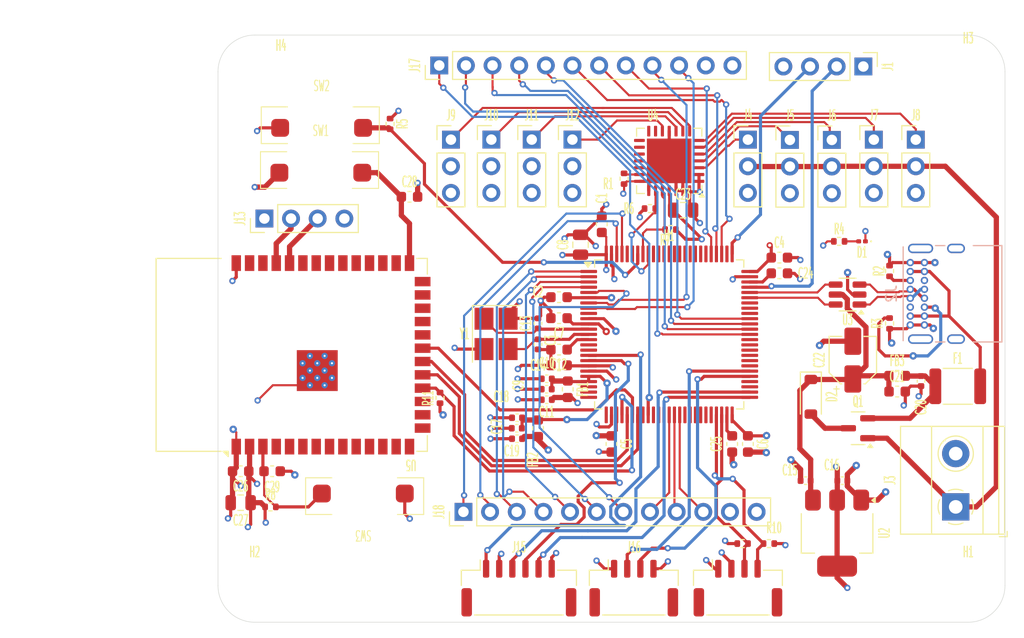
<source format=kicad_pcb>
(kicad_pcb (version 20240108) (generator "pcbnew") (generator_version "8.0")
  (layers (0 "F.Cu" signal) (1 "In1.Cu" power) (2 "In2.Cu" power) (31 "B.Cu" power) (34 "B.Paste" user) (35 "F.Paste" user) (36 "B.SilkS" user "B.Silkscreen") (37 "F.SilkS" user "F.Silkscreen") (38 "B.Mask" user) (39 "F.Mask" user) (44 "Edge.Cuts" user))
  (net 0 "")
  (net 1 "+3V3")
  (net 2 "GND")
  (net 3 "V_REF")
  (net 4 "/NRST")
  (net 5 "/OSC_IN")
  (net 6 "/OSC_OUT")
  (net 7 "Net-(U1-VCAP_2)")
  (net 8 "Net-(U1-VCAP_1)")
  (net 9 "Net-(U5-IO0)")
  (net 10 "Net-(U5-EN)")
  (net 11 "Net-(D2-A)")
  (net 12 "Net-(F1-Pad2)")
  (net 13 "/SERIAL_CLK")
  (net 14 "/SERIAL_SDIO")
  (net 16 "Net-(J2-CC1)")
  (net 17 "USB_CONN_D-")
  (net 19 "USB_CONN_D+")
  (net 20 "Net-(J2-CC2)")
  (net 25 "V_EXT")
  (net 26 "PWM0")
  (net 27 "PWM1")
  (net 28 "PWM2")
  (net 29 "PWM3")
  (net 30 "PWM4")
  (net 31 "PWM5")
  (net 32 "PWM6")
  (net 33 "PWM7")
  (net 34 "PWM8")
  (net 35 "SCL2")
  (net 36 "SDA2")
  (net 37 "SPI2_CLK")
  (net 38 "SPI2_CS")
  (net 39 "SPI2_MOSI")
  (net 40 "SPI2_MISO")
  (net 41 "USART3_TX")
  (net 42 "USART3_RX")
  (net 43 "PC5")
  (net 44 "PC6")
  (net 45 "PC7")
  (net 46 "PC11")
  (net 47 "PC10")
  (net 48 "PC14")
  (net 49 "PC9")
  (net 50 "PC8")
  (net 51 "PC13")
  (net 52 "PC12")
  (net 53 "PE2")
  (net 54 "PE0")
  (net 55 "PE1")
  (net 56 "PE7")
  (net 57 "PE6")
  (net 58 "PE5")
  (net 59 "PE9")
  (net 60 "PE3")
  (net 61 "PE8")
  (net 62 "PE4")
  (net 63 "Net-(U4-~{OE})")
  (net 64 "BOOT0")
  (net 65 "SCL1")
  (net 66 "SDA1")
  (net 67 "ESP_CS")
  (net 69 "USB_D-")
  (net 74 "ESP_CLK")
  (net 75 "ESP_MISO")
  (net 85 "ESP_MOSI")
  (net 111 "USB_D+")
  (net 113 "PWM15")
  (net 114 "PWM13")
  (net 115 "PWM11")
  (net 116 "PWM10")
  (net 117 "PWM12")
  (net 118 "PWM14")
  (net 119 "PWM9")
  (net 149 "PE10")
  (net 150 "PC15")
  (net 151 "Net-(D1-A)")
  (net 152 "+5V")
  (net 153 "/VBUS")
  (net 154 "/ESP_RXD0")
  (net 155 "/ESP_TXD0")
  (footprint "Capacitor_SMD:C_0603_1608Metric" (layer "F.Cu") (at 108.66 111.6 180)
    (property "Reference" "C26")
    (property "Value" "0u1")
  )
  (footprint "Capacitor_SMD:C_0402_1005Metric" (layer "F.Cu") (at 173.5 103 -90)
    (property "Reference" "C20")
    (property "Value" "10n")
  )
  (footprint "Capacitor_SMD:C_0402_1005Metric" (layer "F.Cu") (at 166 112.5)
    (property "Reference" "C16")
    (property "Value" "1u")
  )
  (footprint "Button_Switch_SMD:PTS636 SM43 SMTR LFS" (layer "F.Cu") (at 116.375 78.85)
    (property "Reference" "SW2")
    (property "Value" "SW_Push")
  )
  (footprint "Package_DFN_QFN:QFN-28-1EP_6x6mm_P0.65mm_EP4.25x4.25mm" (layer "F.Cu") (at 149.5 82 180)
    (property "Reference" "U4")
    (property "Value" "PCA9685BS")
  )
  (footprint "Resistor_SMD:R_0402_1005Metric" (layer "F.Cu") (at 147.6625 86.55)
    (property "Reference" "R6")
    (property "Value" "10k")
  )
  (footprint "Connector_PinHeader_2.54mm:PinHeader_1x03_P2.54mm_Vertical" (layer "F.Cu") (at 128.7 79.975)
    (property "Reference" "J9")
    (property "Value" "Conn_01x03_Pin")
  )
  (footprint "Inductor_SMD:L_0603_1608Metric" (layer "F.Cu") (at 171.225 102.5)
    (property "Reference" "FB3")
    (property "Value" "FerriteBead")
  )
  (footprint "Capacitor_SMD:C_0805_2012Metric" (layer "F.Cu") (at 108.66 114.6 180)
    (property "Reference" "C27")
    (property "Value" "10u")
  )
  (footprint "Capacitor_SMD:C_0603_1608Metric" (layer "F.Cu") (at 155.5 109 -90)
    (property "Reference" "C25")
    (property "Value" "2u2")
  )
  (footprint "MountingHole:MountingHole_2.2mm_M2" (layer "F.Cu") (at 178 73.5)
    (property "Reference" "H3")
    (property "Value" "MountingHole")
  )
  (footprint "Capacitor_SMD:C_0603_1608Metric" (layer "F.Cu") (at 139 97 180)
    (property "Reference" "C7")
    (property "Value" "100n")
  )
  (footprint "Capacitor_SMD:C_0603_1608Metric" (layer "F.Cu") (at 124.75 85.425)
    (property "Reference" "C28")
    (property "Value" "0u1")
  )
  (footprint "Connector_PinHeader_2.54mm:PinHeader_1x03_P2.54mm_Vertical" (layer "F.Cu") (at 161 80)
    (property "Reference" "J5")
    (property "Value" "Conn_01x03_Pin")
  )
  (footprint "Connector_JST:JST_GH_SM06B-GHS-TB_1x06-1MP_P1.25mm_Horizontal" (layer "F.Cu") (at 135.175 122.75)
    (property "Reference" "J15")
    (property "Value" "Conn_01x04_Pin")
  )
  (footprint "Package_TO_SOT_SMD:SOT-23" (layer "F.Cu") (at 167.5 107.5 180)
    (property "Reference" "Q1")
    (property "Value" "PMOS")
  )
  (footprint "Connector_PinHeader_2.54mm:PinHeader_1x12_P2.54mm_Vertical" (layer "F.Cu") (at 127.585 72.9 90)
    (property "Reference" "J17")
    (property "Value" "Conn_01x10_Pin")
  )
  (footprint "Resistor_SMD:R_0402_1005Metric" (layer "F.Cu") (at 159 118.5 180)
    (property "Reference" "R10")
    (property "Value" "10k")
  )
  (footprint "Crystal:Crystal_SMD_3225-4Pin_3.2x2.5mm_HandSoldering" (layer "F.Cu") (at 133 98.5 -90)
    (property "Reference" "Y1")
    (property "Value" "16MHz")
  )
  (footprint "Capacitor_SMD:C_0402_1005Metric" (layer "F.Cu") (at 137.825 103.775 180)
    (property "Reference" "C9")
    (property "Value" "10n")
  )
  (footprint "Capacitor_SMD:C_0603_1608Metric" (layer "F.Cu") (at 139 101.5 180)
    (property "Reference" "C3")
    (property "Value" "100n")
  )
  (footprint "Capacitor_SMD:C_0402_1005Metric" (layer "F.Cu") (at 137 99.5 -90)
    (property "Reference" "C14")
    (property "Value" "8p")
  )
  (footprint "Capacitor_SMD:C_0402_1005Metric" (layer "F.Cu") (at 137.83125 102.78125 180)
    (property "Reference" "C10")
    (property "Value" "1u")
  )
  (footprint "Connector_PinHeader_2.54mm:PinHeader_1x12_P2.54mm_Vertical" (layer "F.Cu") (at 129.89 115.475 90)
    (property "Reference" "J18")
    (property "Value" "Conn_01x10_Pin")
  )
  (footprint "Diode_SMD:D_SOD-123" (layer "F.Cu") (at 163 104.5 -90)
    (property "Reference" "D2")
    (property "Value" "D_Schottky")
  )
  (footprint "Resistor_SMD:R_0402_1005Metric" (layer "F.Cu") (at 165.7 89.675)
    (property "Reference" "R4")
    (property "Value" "1k5")
  )
  (footprint "Connector_PinHeader_2.54mm:PinHeader_1x04_P2.54mm_Vertical" (layer "F.Cu") (at 110.92 87.5 90)
    (property "Reference" "J13")
    (property "Value" "Conn_01x04_Pin")
  )
  (footprint "Resistor_SMD:R_0402_1005Metric" (layer "F.Cu") (at 170.5 92.5 -90)
    (property "Reference" "R2")
    (property "Value" "5k1")
  )
  (footprint "MountingHole:MountingHole_2.2mm_M2" (layer "F.Cu") (at 110 122.5)
    (property "Reference" "H2")
    (property "Value" "MountingHole")
  )
  (footprint "Fuse:Fuse_1812_4532Metric" (layer "F.Cu") (at 177 103.5)
    (property "Reference" "F1")
    (property "Value" "500mA")
  )
  (footprint "Resistor_SMD:R_0402_1005Metric" (layer "F.Cu") (at 122.9 78.475 -90)
    (property "Reference" "R5")
    (property "Value" "10k")
  )
  (footprint "MountingHole:MountingHole_2.2mm_M2" (layer "F.Cu") (at 178 122.5)
    (property "Reference" "H1")
    (property "Value" "MountingHole")
  )
  (footprint "Connector_PinHeader_2.54mm:PinHeader_1x03_P2.54mm_Vertical" (layer "F.Cu") (at 165 80)
    (property "Reference" "J6")
    (property "Value" "Conn_01x03_Pin")
  )
  (footprint "Capacitor_SMD:C_0402_1005Metric" (layer "F.Cu") (at 135 106.5 180)
    (property "Reference" "C18")
    (property "Value" "1u")
  )
  (footprint "Package_TO_SOT_SMD:SOT-23-6" (layer "F.Cu") (at 166.5 94.75 180)
    (property "Reference" "U3")
    (property "Value" "USBLC6-2SC6")
  )
  (footprint "Capacitor_SMD:C_0402_1005Metric" (layer "F.Cu") (at 162.5 112.5 180)
    (property "Reference" "C15")
    (property "Value" "1u")
  )
  (footprint "Inductor_SMD:L_0603_1608Metric" (layer "F.Cu") (at 139.83125 103.78125 -90)
    (property "Reference" "FB1")
    (property "Value" "120R")
  )
  (footprint "Capacitor_SMD:C_0603_1608Metric" (layer "F.Cu") (at 139 95 180)
    (property "Reference" "C2")
    (property "Value" "100n")
  )
  (footprint "Connector_PinHeader_2.54mm:PinHeader_1x03_P2.54mm_Vertical" (layer "F.Cu") (at 140.275 79.97)
    (property "Reference" "J12")
    (property "Value" "Conn_01x03_Pin")
  )
  (footprint "TerminalBlock_Phoenix:TerminalBlock_Phoenix_MKDS-1,5-2-5.08_1x02_P5.08mm_Horizontal" (layer "F.Cu") (at 176.805 115 90)
    (property "Reference" "J3")
    (property "Value" "Screw_Terminal_01x02")
  )
  (footprint "Capacitor_SMD:C_0402_1005Metric" (layer "F.Cu") (at 137.83125 104.78125 180)
    (property "Reference" "C11")
    (property "Value" "1u")
  )
  (footprint "Capacitor_SMD:C_0603_1608Metric" (layer "F.Cu") (at 144 109 -90)
    (property "Reference" "C5")
    (property "Value" "100n")
  )
  (footprint "Capacitor_SMD:C_0603_1608Metric" (layer "F.Cu") (at 171.225 104)
    (property "Reference" "C21")
    (property "Value" "100n")
  )
  (footprint "LED_SMD:LED_0201_0603Metric" (layer "F.Cu") (at 167.88 89.675 180)
    (property "Reference" "D1")
    (property "Value" "LED")
  )
  (footprint "Button_Switch_SMD:PTS636 SM43 SMTR LFS" (layer "F.Cu") (at 120.35 113.725 180)
    (property "Reference" "SW3")
    (property "Value" "SW_Push")
  )
  (footprint "Capacitor_SMD:C_0603_1608Metric" (layer "F.Cu") (at 157 109 -90)
    (property "Reference" "C6")
    (property "Value" "100n")
  )
  (footprint "MountingHole:MountingHole_2.2mm_M2" (layer "F.Cu") (at 110 73.5)
    (property "Reference" "H4")
    (property "Value" "MountingHole")
  )
  (footprint "Capacitor_SMD:CP_Elec_4x5.7" (layer "F.Cu") (at 167 101 90)
    (property "Reference" "C22")
    (property "Value" "4u7")
  )
  (footprint "Capacitor_SMD:C_0603_1608Metric" (layer "F.Cu") (at 160 92.725)
    (property "Reference" "C24")
    (property "Value" "2u2")
  )
  (footprint "Resistor_SMD:R_0402_1005Metric" (layer "F.Cu") (at 149.625 88.55 180)
    (property "Reference" "R7")
    (property "Value" "10k")
  )
  (footprint "Connector_JST:JST_GH_SM04B-GHS-TB_1x04-1MP_P1.25mm_Horizontal" (layer "F.Cu") (at 146.125 122.75)
    (property "Reference" "J16")
    (property "Value" "Conn_01x04_Pin")
  )
  (footprint "Capacitor_SMD:C_0402_1005Metric" (layer "F.Cu") (at 137 97.5 90)
    (property "Reference" "C13")
    (property "Value" "8p")
  )
  (footprint "Connector_PinHeader_2.54mm:PinHeader_1x03_P2.54mm_Vertical" (layer "F.Cu") (at 132.55 79.97)
    (property "Reference" "J10")
    (property "Value" "Conn_01x03_Pin")
  )
  (footprint "Resistor_SMD:R_0402_1005Metric" (layer "F.Cu") (at 127.66 104.6 90)
    (property "Reference" "R11")
    (property "Value" "10k")
  )
  (footprint "Inductor_SMD:L_0603_1608Metric" (layer "F.Cu") (at 137 107.5 -90)
    (property "Reference" "FB2")
    (property "Value" "120R")
  )
  (footprint "Capacitor_SMD:C_0603_1608Metric" (layer "F.Cu") (at 111.66 111.6 180)
    (property "Reference" "C29")
    (property "Value" "0u1")
  )
  (footprint "Capacitor_SMD:C_0603_1608Metric" (layer "F.Cu") (at 160 91.225)
    (property "Reference" "C4")
    (property "Value" "100n")
  )
  (footprint "Resistor_SMD:R_0402_1005Metric" (layer "F.Cu") (at 156.5 118.5)
    (property "Reference" "R9" (hide yes))
    (property "Value" "10k")
  )
  (footprint "Package_QFP:LQFP-100_14x14mm_P0.5mm" (layer "F.Cu") (at 149.5 98.55)
    (property "Reference" "U1")
    (property "Value" "STM32F407VGT6")
  )
  (footprint "Capacitor_SMD:C_0805_2012Metric" (layer "F.Cu") (at 141.05 90 90)
    (property "Reference" "C8")
    (property "Value" "10u")
  )
  (footprint "Resistor_SMD:R_0402_1005Metric" (layer "F.Cu") (at 170.5 97.5 90)
    (property "Reference" "R3")
    (property "Value" "5k1")
  )
  (footprint "Package_TO_SOT_SMD:SOT-223-3_TabPin2" (layer "F.Cu") (at 165.5 117.5 -90)
    (property "Reference" "U2")
    (property "Value" "TLV1117-33")
  )
  (footprint "Connector_PinHeader_2.54mm:PinHeader_1x03_P2.54mm_Vertical" (layer "F.Cu") (at 169 79.975)
    (property "Reference" "J7")
    (property "Value" "Conn_01x03_Pin")
  )
  (footprint "Capacitor_SMD:C_0603_1608Metric" (layer "F.Cu") (at 139 100 180)
    (property "Reference" "C12")
    (property "Value" "100n")
  )
  (footprint "Connector_PinHeader_2.54mm:PinHeader_1x03_P2.54mm_Vertical" (layer "F.Cu") (at 136.4 79.97)
    (property "Reference" "J11")
    (property "Value" "Conn_01x03_Pin")
  )
  (footprint "Connector_PinHeader_2.54mm:PinHeader_1x04_P2.54mm_Vertical" (layer "F.Cu") (at 168 73 -90)
    (property "Reference" "J1")
    (property "Value" "Conn_01x04_Pin")
  )
  (footprint "Capacitor_SMD:C_0805_2012Metric" (layer "F.Cu") (at 150.825 86.7)
    (property "Reference" "C23")
    (property "Value" "10u")
  )
  (footprint "RF_Module:ESP32-S3-WROOM-1" (layer "F.Cu") (at 113.5 100.5 90)
    (property "Reference" "U5")
    (property "Value" "ESP32-S3-WROOM-1")
  )
  (footprint "Resistor_SMD:R_0402_1005Metric" (layer "F.Cu") (at 111.5 115)
    (property "Reference" "R8")
    (property "Value" "10k")
  )
  (footprint "Button_Switch_SMD:PTS636 SM43 SMTR LFS" (layer "F.Cu") (at 116.3 83.125)
    (property "Reference" "SW1")
    (property "Value" "SW_Push")
  )
  (footprint "Connector_JST:JST_GH_SM04B-GHS-TB_1x04-1MP_P1.25mm_Horizontal" (layer "F.Cu") (at 156.05 122.75)
    (property "Reference" "J14" (hide yes))
    (property "Value" "Conn_01x04_Pin")
  )
  (footprint "Capacitor_SMD:C_0603_1608Metric" (layer "F.Cu") (at 143.075 88.05 90)
    (property "Reference" "C1")
    (property "Value" "100n")
  )
  (footprint "Connector_PinHeader_2.54mm:PinHeader_1x03_P2.54mm_Vertical" (layer "F.Cu") (at 157 79.975)
    (property "Reference" "J4")
    (property "Value" "Conn_01x03_Pin")
  )
  (footprint "Connector_PinHeader_2.54mm:PinHeader_1x03_P2.54mm_Vertical" (layer "F.Cu") (at 173 79.975)
    (property "Reference" "J8")
    (property "Value" "Conn_01x03_Pin")
  )
  (footprint "Capacitor_SMD:C_0402_1005Metric" (layer "F.Cu") (at 135 108.5 180)
    (property "Reference" "C19")
    (property "Value" "1u")
  )
  (footprint "Resistor_SMD:R_0402_1005Metric" (layer "F.Cu") (at 145.2 83.7 -90)
    (property "Reference" "R1")
    (property "Value" "10k")
  )
  (footprint "Capacitor_SMD:C_0402_1005Metric" (layer "F.Cu") (at 134.975 107.5 180)
    (property "Reference" "C17")
    (property "Value" "10n")
  )
  (footprint "Connector_USB:USB_C_Receptacle_GCT_USB4085" (layer "B.Cu") (at 172.475 91.7 -90)
    (property "Reference" "J2")
    (property "Value" "USB_C_Receptacle_USB2.0_16P")
  )
  (gr_line (start 181.5 122.5) (end 181.5 73.5) (stroke (width 0.05)) (layer "Edge.Cuts"))
  (gr_line (start 110 126) (end 178 126) (stroke (width 0.05)) (layer "Edge.Cuts"))
  (gr_line (start 178 70) (end 110 70) (stroke (width 0.05)) (layer "Edge.Cuts"))
  (gr_arc (start 178 70) (mid 180.474874 71.025126) (end 181.5 73.5) (stroke (width 0.05)) (layer "Edge.Cuts"))
  (gr_line (start 106.5 73.5) (end 106.5 122.5) (stroke (width 0.05)) (layer "Edge.Cuts"))
  (gr_arc (start 110 126) (mid 107.525126 124.974874) (end 106.5 122.5) (stroke (width 0.05)) (layer "Edge.Cuts"))
  (gr_arc (start 106.5 73.5) (mid 107.525126 71.025126) (end 110 70) (stroke (width 0.05)) (layer "Edge.Cuts"))
  (gr_arc (start 181.5 122.5) (mid 180.474874 124.974874) (end 178 126) (stroke (width 0.05)) (layer "Edge.Cuts"))
  (segment (start 155.5 106.225) (end 155.5 106.725) (width 0.3) (layer "F.Cu") (net 1))
  (segment (start 139.83125 104.56875) (end 138.52375 104.56875) (width 0.5) (layer "F.Cu") (net 1))
  (segment (start 148.675 120.9) (end 149.375 120.2) (width 0.3) (layer "F.Cu") (net 1))
  (segment (start 109.435 114.425) (end 109.61 114.6) (width 0.5) (layer "F.Cu") (net 1))
  (segment (start 109.51 109.25) (end 109.51 111.525) (width 0.5) (layer "F.Cu") (net 1))
  (segment (start 164.575 89.675) (end 164.175 90.075) (width 0.2) (layer "F.Cu") (net 1))
  (segment (start 165.5 121.75) (end 166.475 122.725) (width 0.5) (layer "F.Cu") (net 1))
  (segment (start 110.99 115) (end 110.99 116.44) (width 0.3) (layer "F.Cu") (net 1))
  (segment (start 110.59 114.6) (end 110.99 115) (width 0.5) (layer "F.Cu") (net 1))
  (segment (start 159.225 90.2) (end 159.075 90.05) (width 0.3) (layer "F.Cu") (net 1))
  (segment (start 155.425 120.35) (end 154.625 119.55) (width 0.3) (layer "F.Cu") (net 1))
  (segment (start 139.325 90.975) (end 141.025 90.975) (width 0.3) (layer "F.Cu") (net 1))
  (segment (start 138.52375 104.56875) (end 138.31125 104.78125) (width 0.5) (layer "F.Cu") (net 1))
  (segment (start 135.6925 108.2875) (end 135.48 108.5) (width 0.5) (layer "F.Cu") (net 1))
  (segment (start 165.5 114.35) (end 165.5 120.65) (width 0.5) (layer "F.Cu") (net 1))
  (segment (start 165.52 112.5) (end 165.52 111.27) (width 0.5) (layer "F.Cu") (net 1))
  (segment (start 141.025 90.975) (end 141.05 90.95) (width 0.3) (layer "F.Cu") (net 1))
  (segment (start 139.825 95.05) (end 139.775 95) (width 0.3) (layer "F.Cu") (net 1))
  (segment (start 139.91875 104.48125) (end 139.83125 104.56875) (width 0.5) (layer "F.Cu") (net 1))
  (segment (start 139.775 101.5) (end 139.825 101.55) (width 0.3) (layer "F.Cu") (net 1))
  (segment (start 154.625 119.55) (end 154.5 119.425) (width 0.3) (layer "F.Cu") (net 1))
  (segment (start 127.95 106.225) (end 127.66 105.935) (width 0.3) (layer "F.Cu") (net 1))
  (segment (start 137 108.2875) (end 135.6925 108.2875) (width 0.5) (layer "F.Cu") (net 1))
  (segment (start 151.06 89.475) (end 150.135 88.55) (width 0.3) (layer "F.Cu") (net 1))
  (segment (start 148 120.9) (end 148.675 120.9) (width 0.3) (layer "F.Cu") (net 1))
  (segment (start 110.525 78.85) (end 110.225 79.15) (width 0.3) (layer "F.Cu") (net 1))
  (segment (start 152.6 89.475) (end 151.06 89.475) (width 0.3) (layer "F.Cu") (net 1))
  (segment (start 143.5 90.875) (end 143.5 89.25) (width 0.2) (layer "F.Cu") (net 1))
  (segment (start 154.5 119.425) (end 154.5 119.35) (width 0.3) (layer "F.Cu") (net 1))
  (segment (start 143.425 90.95) (end 143.5 90.875) (width 0.3) (layer "F.Cu") (net 1))
  (segment (start 149.5 86.325) (end 149.875 86.7) (width 0.2) (layer "F.Cu") (net 1))
  (segment (start 109.435 111.6) (end 109.435 114.425) (width 0.5) (layer "F.Cu") (net 1))
  (segment (start 133.3 120.9) (end 133.3 119.675) (width 0.3) (layer "F.Cu") (net 1))
  (segment (start 142.575 108.225) (end 142.55 108.2) (width 0.5) (layer "F.Cu") (net 1))
  (segment (start 149.5 84.8375) (end 149.5 86.325) (width 0.2) (layer "F.Cu") (net 1))
  (segment (start 143.975 101.55) (end 144.125 101.7) (width 0.3) (layer "F.Cu") (net 1))
  (segment (start 112.425 78.85) (end 110.525 78.85) (width 0.3) (layer "F.Cu") (net 1))
  (segment (start 139.825 101.55) (end 141.825 101.55) (width 0.3) (layer "F.Cu") (net 1))
  (segment (start 141.825 95.05) (end 144 95.05) (width 0.3) (layer "F.Cu") (net 1))
  (segment (start 155.5 106.725) (end 157 108.225) (width 0.3) (layer "F.Cu") (net 1))
  (segment (start 160.425 118.5) (end 160.575 118.65) (width 0.3) (layer "F.Cu") (net 1))
  (segment (start 143.5 92.4) (end 143.5 90.875) (width 0.3) (layer "F.Cu") (net 1))
  (segment (start 110.99 116.44) (end 111.05 116.5) (width 0.3) (layer "F.Cu") (net 1))
  (segment (start 109.61 116.665) (end 109.35 116.925) (width 0.3) (layer "F.Cu") (net 1))
  (segment (start 158.75 108.225) (end 158.775 108.2) (width 0.3) (layer "F.Cu") (net 1))
  (segment (start 141.825 97.55) (end 140.325 97.55) (width 0.3) (layer "F.Cu") (net 1))
  (segment (start 165.52 112.5) (end 165.52 114.33) (width 0.5) (layer "F.Cu") (net 1))
  (segment (start 155.1 118.5) (end 154.825 118.225) (width 0.3) (layer "F.Cu") (net 1))
  (segment (start 144.5 107.725) (end 144 108.225) (width 0.2) (layer "F.Cu") (net 1))
  (segment (start 109.61 114.6) (end 109.61 116.665) (width 0.3) (layer "F.Cu") (net 1))
  (segment (start 137 108.6) (end 137 108.2875) (width 0.5) (layer "F.Cu") (net 1))
  (segment (start 141.825 101.55) (end 143.975 101.55) (width 0.3) (layer "F.Cu") (net 1))
  (segment (start 137.975 109.575) (end 137 108.6) (width 0.5) (layer "F.Cu") (net 1))
  (segment (start 165.52 114.33) (end 165.5 114.35) (width 0.5) (layer "F.Cu") (net 1))
  (segment (start 159.51 118.5) (end 160.425 118.5) (width 0.3) (layer "F.Cu") (net 1))
  (segment (start 139.83125 104.56875) (end 140.242088 104.56875) (width 0.3) (layer "F.Cu") (net 1))
  (segment (start 127.66 105.935) (end 127.66 105.11) (width 0.3) (layer "F.Cu") (net 1))
  (segment (start 149.875 86.7) (end 152.6 89.425) (width 0.3) (layer "F.Cu") (net 1))
  (segment (start 140.325 97.55) (end 139.775 97) (width 0.3) (layer "F.Cu") (net 1))
  (segment (start 143.5 89.25) (end 143.075 88.825) (width 0.2) (layer "F.Cu") (net 1))
  (segment (start 159.225 91.225) (end 159.225 90.2) (width 0.3) (layer "F.Cu") (net 1))
  (segment (start 141.825 95.05) (end 139.825 95.05) (width 0.3) (layer "F.Cu") (net 1))
  (segment (start 109.51 111.525) (end 109.435 111.6) (width 0.5) (layer "F.Cu") (net 1))
  (segment (start 146.7 87.0025) (end 147.1525 86.55) (width 0.3) (layer "F.Cu") (net 1))
  (segment (start 165.5 120.65) (end 165.5 121.75) (width 0.5) (layer "F.Cu") (net 1))
  (segment (start 165.19 89.675) (end 164.575 89.675) (width 0.2) (layer "F.Cu") (net 1))
  (segment (start 157.175 92.55) (end 157.9 92.55) (width 0.3) (layer "F.Cu") (net 1))
  (segment (start 140.242088 104.56875) (end 140.768154 105.094816) (width 0.3) (layer "F.Cu") (net 1))
  (segment (start 133.3 119.675) (end 133.5 119.475) (width 0.3) (layer "F.Cu") (net 1))
  (segment (start 155.425 120.9) (end 155.425 120.35) (width 0.3) (layer "F.Cu") (net 1))
  (segment (start 155.99 118.5) (end 155.1 118.5) (width 0.3) (layer "F.Cu") (net 1))
  (segment (start 144.5 106.225) (end 144.5 107.725) (width 0.2) (layer "F.Cu") (net 1))
  (segment (start 165.52 111.27) (end 165.4 111.15) (width 0.5) (layer "F.Cu") (net 1))
  (segment (start 152.6 89.425) (end 152.6 89.475) (width 0.3) (layer "F.Cu") (net 1))
  (segment (start 144 108.225) (end 142.575 108.225) (width 0.5) (layer "F.Cu") (net 1))
  (segment (start 141.825 97.55) (end 142.775 97.55) (width 0.3) (layer "F.Cu") (net 1))
  (segment (start 109.435 111.6) (end 109.435 112.01) (width 0.3) (layer "F.Cu") (net 1))
  (segment (start 109.61 114.6) (end 110.59 114.6) (width 0.5) (layer "F.Cu") (net 1))
  (segment (start 157.9 92.55) (end 159.225 91.225) (width 0.3) (layer "F.Cu") (net 1))
  (segment (start 146.7 87.375) (end 146.7 87.0025) (width 0.3) (layer "F.Cu") (net 1))
  (segment (start 142.775 97.55) (end 143.5 98.275) (width 0.3) (layer "F.Cu") (net 1))
  (segment (start 157 108.225) (end 158.75 108.225) (width 0.3) (layer "F.Cu") (net 1))
  (segment (start 109.435 112.01) (end 110.225 112.8) (width 0.3) (layer "F.Cu") (net 1))
  (segment (start 141.05 90.95) (end 143.425 90.95) (width 0.3) (layer "F.Cu") (net 1))
  (via (at 133.5 119.475) (size 0.6) (drill 0.3) (layers "F.Cu" "B.Cu") (net 1))
  (via (at 140.768154 105.094816) (size 0.6) (drill 0.3) (layers "F.Cu" "B.Cu") (net 1))
  (via (at 144.125 101.7) (size 0.6) (drill 0.3) (layers "F.Cu" "B.Cu") (net 1))
  (via (at 146.7 87.375) (size 0.6) (drill 0.3) (layers "F.Cu" "B.Cu") (net 1))
  (via (at 137.975 109.575) (size 0.7) (drill 0.3) (layers "F.Cu" "B.Cu") (net 1))
  (via (at 149.375 120.2) (size 0.6) (drill 0.3) (layers "F.Cu" "B.Cu") (net 1))
  (via (at 110.225 79.15) (size 0.6) (drill 0.3) (layers "F.Cu" "B.Cu") (net 1))
  (via (at 142.55 108.2) (size 0.7) (drill 0.3) (layers "F.Cu" "B.Cu") (net 1))
  (via (at 164.175 90.075) (size 0.6) (drill 0.3) (layers "F.Cu" "B.Cu") (net 1))
  (via (at 158.775 108.2) (size 0.7) (drill 0.3) (layers "F.Cu" "B.Cu") (net 1))
  (via (at 159.075 90.05) (size 0.6) (drill 0.3) (layers "F.Cu" "B.Cu") (remove_unused_layers yes) (zone_layer_connections "In2.Cu") (net 1))
  (via (at 166.475 122.725) (size 0.6) (drill 0.3) (layers "F.Cu" "B.Cu") (net 1))
  (via (at 154.5 119.35) (size 0.6) (drill 0.3) (layers "F.Cu" "B.Cu") (net 1))
  (via (at 143.5 92.4) (size 0.6) (drill 0.3) (layers "F.Cu" "B.Cu") (net 1))
  (via (at 154.825 118.225) (size 0.6) (drill 0.3) (layers "F.Cu" "B.Cu") (net 1))
  (via (at 165.4 111.15) (size 0.6) (drill 0.3) (layers "F.Cu" "B.Cu") (net 1))
  (via (at 144 95.05) (size 0.7) (drill 0.3) (layers "F.Cu" "B.Cu") (net 1))
  (via (at 160.575 118.65) (size 0.6) (drill 0.3) (layers "F.Cu" "B.Cu") (net 1))
  (via (at 110.225 112.8) (size 0.6) (drill 0.3) (layers "F.Cu" "B.Cu") (net 1))
  (via (at 139.325 90.975) (size 0.6) (drill 0.3) (layers "F.Cu" "B.Cu") (net 1))
  (via (at 127.95 106.225) (size 0.7) (drill 0.3) (layers "F.Cu" "B.Cu") (net 1))
  (via (at 109.35 116.925) (size 0.6) (drill 0.3) (layers "F.Cu" "B.Cu") (net 1))
  (via (at 152.6 89.475) (size 0.6) (drill 0.3) (layers "F.Cu" "B.Cu") (net 1))
  (via (at 143.5 98.275) (size 0.7) (drill 0.3) (layers "F.Cu" "B.Cu") (remove_unused_layers yes) (zone_layer_connections "In2.Cu") (net 1))
  (via (at 111.05 116.5) (size 0.6) (drill 0.3) (layers "F.Cu" "B.Cu") (net 1))
  (segment (start 137.589923 95) (end 137.247969 95.341954) (width 0.3) (layer "F.Cu") (net 2))
  (segment (start 122.96 77.965) (end 123.7 77.225) (width 0.3) (layer "F.Cu") (net 2))
  (segment (start 167 99.2) (end 164.225 99.2) (width 0.5) (layer "F.Cu") (net 2))
  (segment (start 134.15 96.5) (end 134.15 97.05) (width 0.3) (layer "F.Cu") (net 2))
  (segment (start 137.35125 102.78125) (end 135.05625 102.78125) (width 0.3) (layer "F.Cu") (net 2))
  (segment (start 137.247969 96.772031) (end 137.247969 95.341954) (width 0.3) (layer "F.Cu") (net 2))
  (segment (start 166.48 112.5) (end 166.48 111.895) (width 0.5) (layer "F.Cu") (net 2))
  (segment (start 157 109.775) (end 158.7 109.775) (width 0.5) (layer "F.Cu") (net 2))
  (segment (start 111.725 103.4) (end 115.26 103.4) (width 0.2) (layer "F.Cu") (net 2))
  (segment (start 138.225 100) (end 138.225 101.5) (width 0.3) (layer "F.Cu") (net 2))
  (segment (start 160.775 92.725) (end 161.425 92.725) (width 0.3) (layer "F.Cu") (net 2))
  (segment (start 124.3 115.65) (end 124.775 116.125) (width 0.3) (layer "F.Cu") (net 2))
  (segment (start 144.25 120.9) (end 143.35 120.9) (width 0.3) (layer "F.Cu") (net 2))
  (segment (start 138.3 119.825) (end 138.725 119.4) (width 0.3) (layer "F.Cu") (net 2))
  (segment (start 166.48 113.03) (end 167.8 114.35) (width 0.5) (layer "F.Cu") (net 2))
  (segment (start 151.45 86.375) (end 151.775 86.7) (width 0.3) (layer "F.Cu") (net 2))
  (segment (start 137 97.02) (end 137.247969 96.772031) (width 0.3) (layer "F.Cu") (net 2))
  (segment (start 150.15 84.8375) (end 150.15 82.65) (width 0.3) (layer "F.Cu") (net 2))
  (segment (start 138.225 100) (end 137.02 100) (width 0.3) (layer "F.Cu") (net 2))
  (segment (start 158.7 109.775) (end 158.75 109.825) (width 0.5) (layer "F.Cu") (net 2))
  (segment (start 135.075 103.775) (end 135.05 103.75) (width 0.3) (layer "F.Cu") (net 2))
  (segment (start 141.3 89.05) (end 143.075 87.275) (width 0.3) (layer "F.Cu") (net 2))
  (segment (start 173.825 91.7) (end 174.825 91.7) (width 0.3) (layer "F.Cu") (net 2))
  (segment (start 108.24 111.245) (end 107.885 111.6) (width 0.5) (layer "F.Cu") (net 2))
  (segment (start 146.6625 83.95) (end 145.46 83.95) (width 0.2) (layer "F.Cu") (net 2))
  (segment (start 169.35 114.35) (end 170.125 113.575) (width 0.5) (layer "F.Cu") (net 2))
  (segment (start 135.425 101.5) (end 135.075 101.85) (width 0.3) (layer "F.Cu") (net 2))
  (segment (start 150.8 83.3) (end 149.5 82) (width 0.3) (layer "F.Cu") (net 2))
  (segment (start 161.775 91.225) (end 162 91.45) (width 0.3) (layer "F.Cu") (net 2))
  (segment (start 155.8 93.05) (end 155.55 93.3) (width 0.3) (layer "F.Cu") (net 2))
  (segment (start 166.48 112.5) (end 166.48 113.03) (width 0.5) (layer "F.Cu") (net 2))
  (segment (start 132.5 107.5) (end 132.475 107.525) (width 0.3) (layer "F.Cu") (net 2))
  (segment (start 172.52 103.48) (end 172 104) (width 0.3) (layer "F.Cu") (net 2))
  (segment (start 150.15 82.65) (end 149.5 82) (width 0.3) (layer "F.Cu") (net 2))
  (segment (start 170.5 98.01) (end 170.5 99.175) (width 0.3) (layer "F.Cu") (net 2))
  (segment (start 150.8 84.8375) (end 151.45 84.8375) (width 0.3) (layer "F.Cu") (net 2))
  (segment (start 144 107.12812) (end 143.75312 107.375) (width 0.3) (layer "F.Cu") (net 2))
  (segment (start 144.15 93.15) (end 144.275 93.275) (width 0.3) (layer "F.Cu") (net 2))
  (segment (start 143.35 120.9) (end 142.575 120.125) (width 0.3) (layer "F.Cu") (net 2))
  (segment (start 143.75312 107.375) (end 142.85 107.375) (width 0.3) (layer "F.Cu") (net 2))
  (segment (start 107.885 111.6) (end 107.885 114.425) (width 0.5) (layer "F.Cu") (net 2))
  (segment (start 170.5 91.99) (end 170.5 91.125) (width 0.3) (layer "F.Cu") (net 2))
  (segment (start 151.775 86.7) (end 151.775 87.275) (width 0.3) (layer "F.Cu") (net 2))
  (segment (start 142.85 107.375) (end 142.575 107.1) (width 0.3) (layer "F.Cu") (net 2))
  (segment (start 155.5 109.775) (end 155.5 110.825) (width 0.5) (layer "F.Cu") (net 2))
  (segment (start 138.225 95) (end 137.589923 95) (width 0.3) (layer "F.Cu") (net 2))
  (segment (start 151.5625 84.95) (end 151.45 84.8375) (width 0.3) (layer "F.Cu") (net 2))
  (segment (start 152.425 84.95) (end 151.5625 84.95) (width 0.3) (layer "F.Cu") (net 2))
  (segment (start 174.35 97.65) (end 174.675 97.975) (width 0.3) (layer "F.Cu") (net 2))
  (segment (start 150.15 84.8375) (end 150.8 84.8375) (width 0.3) (layer "F.Cu") (net 2))
  (segment (start 138.225 97) (end 138.225 96.318985) (width 0.3) (layer "F.Cu") (net 2))
  (segment (start 141.825 102.05) (end 143.555761 102.05) (width 0.3) (layer "F.Cu") (net 2))
  (segment (start 172 104) (end 172 105.175) (width 0.3) (layer "F.Cu") (net 2))
  (segment (start 157.175 93.05) (end 155.8 93.05) (width 0.3) (layer "F.Cu") (net 2))
  (segment (start 162.02 111.42) (end 161.1 110.5) (width 0.5) (layer "F.Cu") (net 2))
  (segment (start 143.26495 97.05) (end 144.425 98.21005) (width 0.3) (layer "F.Cu") (net 2))
  (segment (start 166.5 94.274999) (end 166.5 92.65) (width 0.3) (layer "F.Cu") (net 2))
  (segment (start 110 84.5) (end 110.975 84.5) (width 0.5) (layer "F.Cu") (net 2))
  (segment (start 172.475 91.7) (end 173.825 91.7) (width 0.3) (layer "F.Cu") (net 2))
  (segment (start 162.02 112.5) (end 162.02 111.42) (width 0.5) (layer "F.Cu") (net 2))
  (segment (start 145.46 83.95) (end 145.2 84.21) (width 0.2) (layer "F.Cu") (net 2))
  (segment (start 154.175 120.9) (end 153.85 120.9) (width 0.3) (layer "F.Cu") (net 2))
  (segment (start 108.24 109.25) (end 108.24 107.89) (width 0.2) (layer "F.Cu") (net 2))
  (segment (start 144 106.225) (end 144 107.12812) (width 0.3) (layer "F.Cu") (net 2))
  (segment (start 137 97.02) (end 134.18 97.02) (width 0.3) (layer "F.Cu") (net 2))
  (segment (start 173.5 104.225) (end 173.275 104.45) (width 0.3) (layer "F.Cu") (net 2))
  (segment (start 108.24 91.75) (end 108.24 93.085) (width 0.3) (layer "F.Cu") (net 2))
  (segment (start 135.10625 104.78125) (end 135.075 104.75) (width 0.3) (layer "F.Cu") (net 2))
  (segment (start 137.35125 104.78125) (end 135.10625 104.78125) (width 0.3) (layer "F.Cu") (net 2))
  (segment (start 107.885 114.425) (end 107.71 114.6) (width 0.5) (layer "F.Cu") (net 2))
  (segment (start 170.5 98.01) (end 172.115 98.01) (width 0.3) (layer "F.Cu") (net 2))
  (segment (start 135.25 95.4) (end 134.15 96.5) (width 0.3) (layer "F.Cu") (net 2))
  (segment (start 170.5 91.125) (end 170.3 90.925) (width 0.3) (layer "F.Cu") (net 2))
  (segment (start 134.52 108.5) (end 132.475 108.5) (width 0.3) (layer "F.Cu") (net 2))
  (segment (start 138.225 96.318985) (end 137.247969 95.341954) (width 0.3) (layer "F.Cu") (net 2))
  (segment (start 108.24 109.25) (end 108.24 111.245) (width 0.5) (layer "F.Cu") (net 2))
  (segment (start 108.24 107.89) (end 107.95 107.6) (width 0.2) (layer "F.Cu") (net 2))
  (segment (start 134.495 107.5) (end 132.5 107.5) (width 0.3) (layer "F.Cu") (net 2))
  (segment (start 137.345 103.775) (end 135.075 103.775) (width 0.3) (layer "F.Cu") (net 2))
  (segment (start 164.225 99.2) (end 163.825 99.6) (width 0.5) (layer "F.Cu") (net 2))
  (segment (start 110.275 104.85) (end 111.725 103.4) (width 0.2) (layer "F.Cu") (net 2))
  (segment (start 135.05625 102.78125) (end 135.05 102.775) (width 0.3) (layer "F.Cu") (net 2))
  (segment (start 134.18 97.02) (end 134.15 97.05) (width 0.3) (layer "F.Cu") (net 2))
  (segment (start 141.05 89.05) (end 141.3 89.05) (width 0.3) (layer "F.Cu") (net 2))
  (segment (start 144.355761 102.85) (end 144.45 102.85) (width 0.3) (layer "F.Cu") (net 2))
  (segment (start 150.8 84.8375) (end 150.8 83.3) (width 0.3) (layer "F.Cu") (net 2))
  (segment (start 161.425 92.725) (end 161.975 93.275) (width 0.3) (layer "F.Cu") (net 2))
  (segment (start 144 109.775) (end 142.85 109.775) (width 0.3) (layer "F.Cu") (net 2))
  (segment (start 112.435 111.6) (end 113.475 111.6) (width 0.3) (layer "F.Cu") (net 2))
  (segment (start 144 91.980761) (end 144.15 92.130761) (width 0.3) (layer "F.Cu") (net 2))
  (segment (start 173.5 103.48) (end 172.52 103.48) (width 0.3) (layer "F.Cu") (net 2))
  (segment (start 141.05 89.05) (end 141.425 89.05) (width 0.3) (layer "F.Cu") (net 2))
  (segment (start 142.85 109.775) (end 142.8 109.725) (width 0.3) (layer "F.Cu") (net 2))
  (segment (start 107.885 111.6) (end 107.885 112.2) (width 0.3) (layer "F.Cu") (net 2))
  (segment (start 139.875 89.05) (end 139.525 89.4) (width 0.3) (layer "F.Cu") (net 2))
  (segment (start 110.975 84.5) (end 112.35 83.125) (width 0.5) (layer "F.Cu") (net 2))
  (segment (start 152.3375 83.3) (end 152.3375 83.95) (width 0.3) (layer "F.Cu") (net 2))
  (segment (start 172.475 97.65) (end 173.825 97.65) (width 0.3) (layer "F.Cu") (net 2))
  (segment (start 166.48 111.895) (end 167.325 111.05) (width 0.5) (layer "F.Cu") (net 2))
  (segment (start 138.225 101.5) (end 135.425 101.5) (width 0.3) (layer "F.Cu") (net 2))
  (segment (start 151.775 87.275) (end 152.425 87.925) (width 0.3) (layer "F.Cu") (net 2))
  (segment (start 172.475 91.7) (end 170.79 91.7) (width 0.3) (layer "F.Cu") (net 2))
  (segment (start 131.85 99.95) (end 129.175 99.95) (width 0.3) (layer "F.Cu") (net 2))
  (segment (start 141.05 89.05) (end 139.875 89.05) (width 0.3) (layer "F.Cu") (net 2))
  (segment (start 137.02 100) (end 137 99.98) (width 0.3) (layer "F.Cu") (net 2))
  (segment (start 152.3375 84.8625) (end 152.425 84.95) (width 0.3) (layer "F.Cu") (net 2))
  (segment (start 129.175 99.95) (end 129.05 99.825) (width 0.3) (layer "F.Cu") (net 2))
  (segment (start 138.3 120.9) (end 138.3 119.825) (width 0.3) (layer "F.Cu") (net 2))
  (segment (start 170.79 91.7) (end 170.5 91.99) (width 0.3) (layer "F.Cu") (net 2))
  (segment (start 147.55 83.95) (end 149.5 82) (width 0.3) (layer "F.Cu") (net 2))
  (segment (start 124.3 113.725) (end 124.3 115.65) (width 0.3) (layer "F.Cu") (net 2))
  (segment (start 149.5 79.1625) (end 149.5 82) (width 0.3) (layer "F.Cu") (net 2))
  (segment (start 151.45 84.8375) (end 151.45 86.375) (width 0.3) (layer "F.Cu") (net 2))
  (segment (start 146.6625 83.95) (end 147.55 83.95) (width 0.3) (layer "F.Cu") (net 2))
  (segment (start 107.885 112.2) (end 108.685 113) (width 0.3) (layer "F.Cu") (net 2))
  (segment (start 125.525 85.425) (end 125.525 84.1) (width 0.5) (layer "F.Cu") (net 2))
  (segment (start 160.775 91.225) (end 161.775 91.225) (width 0.3) (layer "F.Cu") (net 2))
  (segment (start 107.71 115.84) (end 107.45 116.1) (width 0.3) (layer "F.Cu") (net 2))
  (segment (start 141.825 97.05) (end 143.26495 97.05) (width 0.3) (layer "F.Cu") (net 2))
  (segment (start 173.825 97.65) (end 174.35 97.65) (width 0.3) (layer "F.Cu") (net 2))
  (segment (start 132.475 106.5) (end 132.45 106.475) (width 0.3) (layer "F.Cu") (net 2))
  (segment (start 141.425 89.05) (end 142.5 90.125) (width 0.3) (layer "F.Cu") (net 2))
  (segment (start 144.425 98.21005) (end 144.425 98.25) (width 0.3) (layer "F.Cu") (net 2))
  (segment (start 143.555761 102.05) (end 144.355761 102.85) (width 0.3) (layer "F.Cu") (net 2))
  (segment (start 144 90.875) (end 144 91.980761) (width 0.3) (layer "F.Cu") (net 2))
  (segment (start 113.475 111.6) (end 113.825 111.95) (width 0.3) (layer "F.Cu") (net 2))
  (segment (start 107.71 114.6) (end 107.71 115.84) (width 0.3) (layer "F.Cu") (net 2))
  (segment (start 145.2 84.21) (end 145.2 85.05) (width 0.2) (layer "F.Cu") (net 2))
  (segment (start 167.6375 94.75) (end 166.975001 94.75) (width 0.3) (layer "F.Cu") (net 2))
  (segment (start 143.5 86.15) (end 143.075 86.575) (width 0.3) (layer "F.Cu") (net 2))
  (segment (start 167.8 114.35) (end 169.35 114.35) (width 0.5) (layer "F.Cu") (net 2))
  (segment (start 170.5 99.175) (end 170.7 99.375) (width 0.3) (layer "F.Cu") (net 2))
  (segment (start 172.115 98.01) (end 172.475 97.65) (width 0.3) (layer "F.Cu") (net 2))
  (segment (start 147.55 84.8375) (end 147.55 83.95) (width 0.3) (layer "F.Cu") (net 2))
  (segment (start 144.15 92.725) (end 144.15 93.15) (width 0.3) (layer "F.Cu") (net 2))
  (segment (start 143.075 86.575) (end 143.075 87.275) (width 0.3) (layer "F.Cu") (net 2))
  (segment (start 173.5 103.48) (end 173.5 104.225) (width 0.3) (layer "F.Cu") (net 2))
  (segment (start 172 105.175) (end 171.85 105.325) (width 0.3) (layer "F.Cu") (net 2))
  (segment (start 153.85 120.9) (end 153.025 120.075) (width 0.3) (layer "F.Cu") (net 2))
  (segment (start 145.2 85.05) (end 145.125 85.125) (width 0.2) (layer "F.Cu") (net 2))
  (segment (start 122.9 77.965) (end 122.96 77.965) (width 0.3) (layer "F.Cu") (net 2))
  (segment (start 134.52 106.5) (end 132.475 106.5) (width 0.3) (layer "F.Cu") (net 2))
  (segment (start 166.975001 94.75) (end 166.5 94.274999) (width 0.3) (layer "F.Cu") (net 2))
  (segment (start 152.3375 83.95) (end 152.3375 84.8625) (width 0.3) (layer "F.Cu") (net 2))
  (segment (start 108.24 93.085) (end 107.875 93.45) (width 0.3) (layer "F.Cu") (net 2))
  (segment (start 168.2 89.675) (end 168.2 88.7) (width 0.2) (layer "F.Cu") (net 2))
  (segment (start 144.15 92.130761) (end 144.15 92.725) (width 0.3) (layer "F.Cu") (net 2))
  (segment (start 155.5 110.825) (end 155.65 110.975) (width 0.5) (layer "F.Cu") (net 2))
  (via (at 135.075 104.75) (size 0.6) (drill 0.3) (layers "F.Cu" "B.Cu") (net 2))
  (via (at 152.425 84.95) (size 0.6) (drill 0.3) (layers "F.Cu" "B.Cu") (net 2))
  (via (at 135.075 101.85) (size 0.6) (drill 0.3) (layers "F.Cu" "B.Cu") (net 2))
  (via (at 137.247969 95.341954) (size 0.6) (drill 0.3) (layers "F.Cu" "B.Cu") (net 2))
  (via (at 107.45 116.1) (size 0.6) (drill 0.3) (layers "F.Cu" "B.Cu") (net 2))
  (via (at 142.8 109.725) (size 0.6) (drill 0.3) (layers "F.Cu" "B.Cu") (net 2))
  (via (at 144.275 93.275) (size 0.6) (drill 0.3) (layers "F.Cu" "B.Cu") (net 2))
  (via (at 139.525 89.4) (size 0.6) (drill 0.3) (layers "F.Cu" "B.Cu") (net 2))
  (via (at 145.125 85.125) (size 0.6) (drill 0.3) (layers "F.Cu" "B.Cu") (net 2))
  (via (at 170.7 99.375) (size 0.7) (drill 0.3) (layers "F.Cu" "B.Cu") (net 2))
  (via (at 125.525 84.1) (size 0.6) (drill 0.3) (layers "F.Cu" "B.Cu") (net 2))
  (via (at 123.7 77.225) (size 0.6) (drill 0.3) (layers "F.Cu" "B.Cu") (net 2))
  (via (at 170.125 113.575) (size 0.7) (drill 0.3) (layers "F.Cu" "B.Cu") (net 2))
  (via (at 161.975 93.275) (size 0.6) (drill 0.3) (layers "F.Cu" "B.Cu") (net 2))
  (via (at 108.685 113) (size 0.6) (drill 0.3) (layers "F.Cu" "B.Cu") (net 2))
  (via (at 135.05 102.775) (size 0.6) (drill 0.3) (layers "F.Cu" "B.Cu") (net 2))
  (via (at 170.3 90.925) (size 0.7) (drill 0.3) (layers "F.Cu" "B.Cu") (net 2))
  (via (at 167.325 111.05) (size 0.7) (drill 0.3) (layers "F.Cu" "B.Cu") (net 2))
  (via (at 132.45 106.475) (size 0.6) (drill 0.3) (layers "F.Cu" "B.Cu") (net 2))
  (via (at 107.875 93.45) (size 0.6) (drill 0.3) (layers "F.Cu" "B.Cu") (net 2))
  (via (at 153.025 120.075) (size 0.6) (drill 0.3) (layers "F.Cu" "B.Cu") (net 2))
  (via (at 135.25 95.4) (size 0.6) (drill 0.3) (layers "F.Cu" "B.Cu") (net 2))
  (via (at 143.5 86.15) (size 0.6) (drill 0.3) (layers "F.Cu" "B.Cu") (net 2))
  (via (at 132.475 107.525) (size 0.6) (drill 0.3) (layers "F.Cu" "B.Cu") (net 2))
  (via (at 173.275 104.45) (size 0.6) (drill 0.3) (layers "F.Cu" "B.Cu") (net 2))
  (via (at 124.775 116.125) (size 0.6) (drill 0.3) (layers "F.Cu" "B.Cu") (net 2))
  (via (at 155.65 110.975) (size 0.7) (drill 0.3) (layers "F.Cu" "B.Cu") (net 2))
  (via (at 110.275 104.85) (size 0.6) (drill 0.3) (layers "F.Cu" "B.Cu") (net 2))
  (via (at 174.825 91.7) (size 0.7) (drill 0.3) (layers "F.Cu" "B.Cu") (net 2))
  (via (at 110 84.5) (size 0.6) (drill 0.3) (layers "F.Cu" "B.Cu") (net 2))
  (via (at 135.05 103.75) (size 0.6) (drill 0.3) (layers "F.Cu" "B.Cu") (net 2))
  (via (at 174.675 97.975) (size 0.7) (drill 0.3) (layers "F.Cu" "B.Cu") (net 2))
  (via (at 107.95 107.6) (size 0.7) (drill 0.3) (layers "F.Cu" "B.Cu") (net 2))
  (via (at 142.575 107.1) (size 0.6) (drill 0.3) (layers "F.Cu" "B.Cu") (net 2))
  (via (at 152.425 87.925) (size 0.6) (drill 0.3) (layers "F.Cu" "B.Cu") (net 2))
  (via (at 144.425 98.25) (size 0.7) (drill 0.3) (layers "F.Cu" "B.Cu") (net 2))
  (via (at 166.5 92.65) (size 0.7) (drill 0.3) (layers "F.Cu" "B.Cu") (net 2))
  (via (at 138.725 119.4) (size 0.6) (drill 0.3) (layers "F.Cu" "B.Cu") (net 2))
  (via (at 168.2 88.7) (size 0.6) (drill 0.3) (layers "F.Cu" "B.Cu") (net 2))
  (via (at 158.75 109.825) (size 0.7) (drill 0.3) (layers "F.Cu" "B.Cu") (net 2))
  (via (at 171.85 105.325) (size 0.6) (drill 0.3) (layers "F.Cu" "B.Cu") (net 2))
  (via (at 142.5 90.125) (size 0.6) (drill 0.3) (layers "F.Cu" "B.Cu") (net 2))
  (via (at 161.1 110.5) (size 0.7) (drill 0.3) (layers "F.Cu" "B.Cu") (net 2))
  (via (at 113.825 111.95) (size 0.7) (drill 0.3) (layers "F.Cu" "B.Cu") (net 2))
  (via (at 155.55 93.3) (size 0.6) (drill 0.3) (layers "F.Cu" "B.Cu") (net 2))
  (via (at 163.825 99.6) (size 0.7) (drill 0.3) (layers "F.Cu" "B.Cu") (net 2))
  (via (at 132.475 108.5) (size 0.6) (drill 0.3) (layers "F.Cu" "B.Cu") (net 2))
  (via (at 129.05 99.825) (size 0.6) (drill 0.3) (layers "F.Cu" "B.Cu") (net 2))
  (via (at 142.575 120.125) (size 0.6) (drill 0.3) (layers "F.Cu" "B.Cu") (net 2))
  (via (at 144.45 102.85) (size 0.6) (drill 0.3) (layers "F.Cu" "B.Cu") (net 2))
  (via (at 162 91.45) (size 0.6) (drill 0.3) (layers "F.Cu" "B.Cu") (net 2))
  (segment (start 138.52375 102.99375) (end 138.31125 102.78125) (width 0.5) (layer "F.Cu") (net 3))
  (segment (start 141.825 102.55) (end 142.925 102.55) (width 0.3) (layer "F.Cu") (net 3))
  (segment (start 141.825 103.05) (end 139.8875 103.05) (width 0.3) (layer "F.Cu") (net 3))
  (segment (start 135.48 106.5) (end 135.48 107.475) (width 0.3) (layer "F.Cu") (net 3))
  (segment (start 141.825 102.55) (end 141.825 103.05) (width 0.3) (layer "F.Cu") (net 3))
  (segment (start 142.925 102.55) (end 143.575 103.2) (width 0.3) (layer "F.Cu") (net 3))
  (segment (start 139.8875 103.05) (end 139.83125 102.99375) (width 0.3) (layer "F.Cu") (net 3))
  (segment (start 135.6925 106.7125) (end 135.48 106.5) (width 0.5) (layer "F.Cu") (net 3))
  (segment (start 139.75 106.675) (end 137.0375 106.675) (width 0.3) (layer "F.Cu") (net 3))
  (segment (start 137 106.7125) (end 135.6925 106.7125) (width 0.5) (layer "F.Cu") (net 3))
  (segment (start 138.31125 103.76875) (end 138.305 103.775) (width 0.3) (layer "F.Cu") (net 3))
  (segment (start 137.0375 106.675) (end 137 106.7125) (width 0.3) (layer "F.Cu") (net 3))
  (segment (start 138.31125 102.78125) (end 138.31125 103.76875) (width 0.3) (layer "F.Cu") (net 3))
  (segment (start 135.48 107.475) (end 135.455 107.5) (width 0.3) (layer "F.Cu") (net 3))
  (segment (start 139.83125 102.99375) (end 138.52375 102.99375) (width 0.5) (layer "F.Cu") (net 3))
  (via (at 143.575 103.2) (size 0.7) (drill 0.3) (layers "F.Cu" "B.Cu") (net 3))
  (via (at 139.75 106.675) (size 0.7) (drill 0.3) (layers "F.Cu" "B.Cu") (net 3))
  (segment (start 143.425 104.925) (end 141.675 106.675) (width 0.3) (layer "B.Cu") (net 3))
  (segment (start 143.575 104.775) (end 143.425 104.925) (width 0.3) (layer "B.Cu") (net 3))
  (segment (start 141.675 106.675) (end 139.75 106.675) (width 0.3) (layer "B.Cu") (net 3))
  (segment (start 143.575 103.2) (end 143.575 104.775) (width 0.3) (layer "B.Cu") (net 3))
  (segment (start 140.725 99.05) (end 141.825 99.05) (width 0.3) (layer "F.Cu") (net 4))
  (segment (start 139.775 100) (end 140.725 99.05) (width 0.3) (layer "F.Cu") (net 4))
  (segment (start 136.58 98.4) (end 133.125 98.4) (width 0.2) (layer "F.Cu") (net 5))
  (segment (start 133.125 98.4) (end 131.85 97.125) (width 0.2) (layer "F.Cu") (net 5))
  (segment (start 137.07 98.05) (end 137 97.98) (width 0.3) (layer "F.Cu") (net 5))
  (segment (start 131.85 97.125) (end 131.85 97.05) (width 0.2) (layer "F.Cu") (net 5))
  (segment (start 137 97.98) (end 136.58 98.4) (width 0.2) (layer "F.Cu") (net 5))
  (segment (start 141.825 98.05) (end 137.07 98.05) (width 0.3) (layer "F.Cu") (net 5))
  (segment (start 139.98 99.02) (end 137 99.02) (width 0.3) (layer "F.Cu") (net 6))
  (segment (start 140.45 98.55) (end 139.98 99.02) (width 0.3) (layer "F.Cu") (net 6))
  (segment (start 137 99.02) (end 136.78 99.02) (width 0.2) (layer "F.Cu") (net 6))
  (segment (start 141.825 98.55) (end 140.45 98.55) (width 0.3) (layer "F.Cu") (net 6))
  (segment (start 136.78 99.02) (end 135.85 99.95) (width 0.2) (layer "F.Cu") (net 6))
  (segment (start 135.85 99.95) (end 134.15 99.95) (width 0.2) (layer "F.Cu") (net 6))
  (segment (start 158.4 93.55) (end 157.175 93.55) (width 0.3) (layer "F.Cu") (net 7))
  (segment (start 159.225 92.725) (end 158.4 93.55) (width 0.3) (layer "F.Cu") (net 7))
  (segment (start 155 107.725) (end 155.5 108.225) (width 0.3) (layer "F.Cu") (net 8))
  (segment (start 155 106.225) (end 155 107.725) (width 0.3) (layer "F.Cu") (net 8))
  (segment (start 124.75 91.75) (end 124.75 87.975) (width 0.5) (layer "F.Cu") (net 9))
  (segment (start 121.675 83.125) (end 123.975 85.425) (width 0.5) (layer "F.Cu") (net 9))
  (segment (start 124.75 87.975) (end 123.975 87.2) (width 0.5) (layer "F.Cu") (net 9))
  (segment (start 123.975 87.2) (end 123.975 85.425) (width 0.5) (layer "F.Cu") (net 9))
  (segment (start 120.25 83.125) (end 121.675 83.125) (width 0.5) (layer "F.Cu") (net 9))
  (segment (start 110.9 113.89) (end 110.9 111.615) (width 0.2) (layer "F.Cu") (net 10))
  (segment (start 110.78 111.495) (end 110.885 111.6) (width 0.3) (layer "F.Cu") (net 10))
  (segment (start 112.01 115) (end 110.9 113.89) (width 0.2) (layer "F.Cu") (net 10))
  (segment (start 115.125 115) (end 116.4 113.725) (width 0.3) (layer "F.Cu") (net 10))
  (segment (start 110.9 111.615) (end 110.885 111.6) (width 0.2) (layer "F.Cu") (net 10))
  (segment (start 110.78 109.25) (end 110.78 111.495) (width 0.3) (layer "F.Cu") (net 10))
  (segment (start 112.01 115) (end 115.125 115) (width 0.3) (layer "F.Cu") (net 10))
  (segment (start 166.5625 107.5) (end 164.35 107.5) (width 0.5) (layer "F.Cu") (net 11))
  (segment (start 164.35 107.5) (end 163 106.15) (width 0.5) (layer "F.Cu") (net 11))
  (segment (start 172.475 92.55) (end 173.825 92.55) (width 0.3) (layer "F.Cu") (net 12))
  (segment (start 173.825 96.8) (end 176.166371 96.8) (width 0.3) (layer "F.Cu") (net 12))
  (segment (start 176.166371 96.8) (end 179.1375 99.771129) (width 0.3) (layer "F.Cu") (net 12))
  (segment (start 174.319974 92.55) (end 176.166371 94.396397) (width 0.3) (layer "F.Cu") (net 12))
  (segment (start 179.1375 99.771129) (end 179.1375 103.5) (width 0.3) (layer "F.Cu") (net 12))
  (segment (start 173.825 92.55) (end 174.319974 92.55) (width 0.3) (layer "F.Cu") (net 12))
  (segment (start 172.475 96.8) (end 173.825 96.8) (width 0.3) (layer "F.Cu") (net 12))
  (segment (start 176.166371 94.396397) (end 176.166371 96.8) (width 0.3) (layer "F.Cu") (net 12))
  (segment (start 155.5 89.825) (end 156.025 89.3) (width 0.3) (layer "F.Cu") (net 13))
  (segment (start 155.5 90.875) (end 155.5 89.825) (width 0.3) (layer "F.Cu") (net 13))
  (via (at 156.025 89.3) (size 0.6) (drill 0.3) (layers "F.Cu" "B.Cu") (net 13))
  (segment (start 158.2 87.125) (end 158.2 77.72) (width 0.3) (layer "B.Cu") (net 13))
  (segment (start 158.2 77.72) (end 162.92 73) (width 0.3) (layer "B.Cu") (net 13))
  (segment (start 156.025 89.3) (end 158.2 87.125) (width 0.3) (layer "B.Cu") (net 13))
  (segment (start 157.175 94.05) (end 159.15 94.05) (width 0.3) (layer "F.Cu") (net 14))
  (segment (start 159.15 94.05) (end 159.25 93.95) (width 0.3) (layer "F.Cu") (net 14))
  (via (at 159.25 93.95) (size 0.6) (drill 0.3) (layers "F.Cu" "B.Cu") (net 14))
  (segment (start 159.25 93.95) (end 162.85 93.95) (width 0.3) (layer "B.Cu") (net 14))
  (segment (start 162.85 93.95) (end 163.125 93.675) (width 0.3) (layer "B.Cu") (net 14))
  (segment (start 163.125 75.335) (end 165.46 73) (width 0.3) (layer "B.Cu") (net 14))
  (segment (start 163.125 93.675) (end 163.125 75.335) (width 0.3) (layer "B.Cu") (net 14))
  (segment (start 170.5 93.01) (end 170.89 93.4) (width 0.3) (layer "F.Cu") (net 16))
  (segment (start 170.89 93.4) (end 172.475 93.4) (width 0.3) (layer "F.Cu") (net 16))
  (segment (start 171.629437 94.900001) (end 172.275001 94.900001) (width 0.2) (layer "F.Cu") (net 17))
  (segment (start 169.356251 94.975) (end 171.554438 94.975) (width 0.2) (layer "F.Cu") (net 17))
  (segment (start 167.6375 95.7) (end 168.631251 95.7) (width 0.2) (layer "F.Cu") (net 17))
  (segment (start 168.631251 95.7) (end 169.356251 94.975) (width 0.2) (layer "F.Cu") (net 17))
  (segment (start 171.554438 94.975) (end 171.629437 94.900001) (width 0.2) (layer "F.Cu") (net 17))
  (segment (start 172.275001 94.900001) (end 172.475 95.1) (width 0.2) (layer "F.Cu") (net 17))
  (segment (start 172.61495 95.1) (end 173.46495 94.25) (width 0.3) (layer "B.Cu") (net 17))
  (segment (start 172.475 95.1) (end 172.61495 95.1) (width 0.3) (layer "B.Cu") (net 17))
  (segment (start 173.46495 94.25) (end 173.825 94.25) (width 0.3) (layer "B.Cu") (net 17))
  (segment (start 169.356251 94.525) (end 171.375 94.525) (width 0.2) (layer "F.Cu") (net 19))
  (segment (start 172.275001 94.449999) (end 172.475 94.25) (width 0.2) (layer "F.Cu") (net 19))
  (segment (start 173.68505 95.1) (end 173.825 95.1) (width 0.3) (layer "F.Cu") (net 19))
  (segment (start 167.6375 93.8) (end 168.631251 93.8) (width 0.2) (layer "F.Cu") (net 19))
  (segment (start 172.83505 94.25) (end 173.68505 95.1) (width 0.3) (layer "F.Cu") (net 19))
  (segment (start 171.375 94.525) (end 171.450001 94.449999) (width 0.2) (layer "F.Cu") (net 19))
  (segment (start 171.450001 94.449999) (end 172.275001 94.449999) (width 0.2) (layer "F.Cu") (net 19))
  (segment (start 172.475 94.25) (end 172.83505 94.25) (width 0.3) (layer "F.Cu") (net 19))
  (segment (start 168.631251 93.8) (end 169.356251 94.525) (width 0.2) (layer "F.Cu") (net 19))
  (segment (start 173.825 95.95) (end 174.75 95.95) (width 0.3) (layer "F.Cu") (net 20))
  (segment (start 169.475 100) (end 169.475 97.525) (width 0.3) (layer "F.Cu") (net 20))
  (segment (start 174.75 95.95) (end 174.85 96.05) (width 0.3) (layer "F.Cu") (net 20))
  (segment (start 170.075 100.6) (end 169.475 100) (width 0.3) (layer "F.Cu") (net 20))
  (segment (start 172.75 100.6) (end 170.075 100.6) (width 0.3) (layer "F.Cu") (net 20))
  (segment (start 169.475 97.525) (end 170.01 96.99) (width 0.3) (layer "F.Cu") (net 20))
  (segment (start 170.01 96.99) (end 170.5 96.99) (width 0.3) (layer "F.Cu") (net 20))
  (via (at 172.75 100.6) (size 0.7) (drill 0.3) (layers "F.Cu" "B.Cu") (net 20))
  (via (at 174.85 96.05) (size 0.7) (drill 0.3) (layers "F.Cu" "B.Cu") (net 20))
  (segment (start 174.15 100.6) (end 175.375 99.375) (width 0.3) (layer "B.Cu") (net 20))
  (segment (start 175.375 96.575) (end 174.85 96.05) (width 0.3) (layer "B.Cu") (net 20))
  (segment (start 172.75 100.6) (end 174.15 100.6) (width 0.3) (layer "B.Cu") (net 20))
  (segment (start 175.375 99.375) (end 175.375 96.575) (width 0.3) (layer "B.Cu") (net 20))
  (segment (start 161 82.54) (end 157.025 82.54) (width 0.5) (layer "F.Cu") (net 25))
  (segment (start 180.675 87.375) (end 175.815 82.515) (width 0.5) (layer "F.Cu") (net 25))
  (segment (start 168.4375 108.45) (end 170.255 108.45) (width 0.5) (layer "F.Cu") (net 25))
  (segment (start 173 82.515) (end 169 82.515) (width 0.5) (layer "F.Cu") (net 25))
  (segment (start 178.75 115) (end 180.675 113.075) (width 0.5) (layer "F.Cu") (net 25))
  (segment (start 175.815 82.515) (end 173 82.515) (width 0.5) (layer "F.Cu") (net 25))
  (segment (start 157.025 82.54) (end 157 82.515) (width 0.5) (layer "F.Cu") (net 25))
  (segment (start 165 82.54) (end 161 82.54) (width 0.5) (layer "F.Cu") (net 25))
  (segment (start 176.805 115) (end 178.75 115) (width 0.5) (layer "F.Cu") (net 25))
  (segment (start 169 82.515) (end 165.025 82.515) (width 0.5) (layer "F.Cu") (net 25))
  (segment (start 170.255 108.45) (end 176.805 115) (width 0.5) (layer "F.Cu") (net 25))
  (segment (start 180.675 113.075) (end 180.675 87.375) (width 0.5) (layer "F.Cu") (net 25))
  (segment (start 165.025 82.515) (end 165 82.54) (width 0.5) (layer "F.Cu") (net 25))
  (segment (start 152.3375 82.65) (end 152.975 82.65) (width 0.2) (layer "F.Cu") (net 26))
  (segment (start 155.075 80.55) (end 155.2 80.55) (width 0.2) (layer "F.Cu") (net 26))
  (segment (start 155.775 79.975) (end 157 79.975) (width 0.2) (layer "F.Cu") (net 26))
  (segment (start 155.2 80.55) (end 155.775 79.975) (width 0.2) (layer "F.Cu") (net 26))
  (segment (start 152.975 82.65) (end 155.075 80.55) (width 0.2) (layer "F.Cu") (net 26))
  (segment (start 159.7 78.7) (end 161 80) (width 0.2) (layer "F.Cu") (net 27))
  (segment (start 156.149999 78.7) (end 159.7 78.7) (width 0.2) (layer "F.Cu") (net 27))
  (segment (start 152.3375 82) (end 152.849999 82) (width 0.2) (layer "F.Cu") (net 27))
  (segment (start 152.849999 82) (end 156.149999 78.7) (width 0.2) (layer "F.Cu") (net 27))
  (segment (start 155.95 78.3) (end 164.275 78.3) (width 0.2) (layer "F.Cu") (net 28))
  (segment (start 164.8 78.825) (end 164.8 79.8) (width 0.2) (layer "F.Cu") (net 28))
  (segment (start 164.275 78.3) (end 164.8 78.825) (width 0.2) (layer "F.Cu") (net 28))
  (segment (start 152.9 81.35) (end 155.95 78.3) (width 0.2) (layer "F.Cu") (net 28))
  (segment (start 152.3375 81.35) (end 152.9 81.35) (width 0.2) (layer "F.Cu") (net 28))
  (segment (start 164.8 79.8) (end 165 80) (width 0.2) (layer "F.Cu") (net 28))
  (segment (start 155.640685 77.9) (end 168.225 77.9) (width 0.2) (layer "F.Cu") (net 29))
  (segment (start 169 78.675) (end 169 79.975) (width 0.2) (layer "F.Cu") (net 29))
  (segment (start 152.840685 80.7) (end 155.640685 77.9) (width 0.2) (layer "F.Cu") (net 29))
  (segment (start 168.225 77.9) (end 169 78.675) (width 0.2) (layer "F.Cu") (net 29))
  (segment (start 152.3375 80.7) (end 152.840685 80.7) (width 0.2) (layer "F.Cu") (net 29))
  (segment (start 155.475 77.5) (end 171.525 77.5) (width 0.2) (layer "F.Cu") (net 30))
  (segment (start 152.3375 80.05) (end 152.925 80.05) (width 0.2) (layer "F.Cu") (net 30))
  (segment (start 173 78.975) (end 173 79.975) (width 0.2) (layer "F.Cu") (net 30))
  (segment (start 171.525 77.5) (end 173 78.975) (width 0.2) (layer "F.Cu") (net 30))
  (segment (start 152.925 80.05) (end 155.475 77.5) (width 0.2) (layer "F.Cu") (net 30))
  (segment (start 143.1 76.95) (end 143.3 76.95) (width 0.2) (layer "F.Cu") (net 31))
  (segment (start 149.749999 76.95) (end 149.937499 77.137501) (width 0.2) (layer "F.Cu") (net 31))
  (segment (start 151.45 78.650002) (end 151.45 79.1625) (width 0.2) (layer "F.Cu") (net 31))
  (segment (start 149.937499 77.137501) (end 150.799999 78.000001) (width 0.2) (layer "F.Cu") (net 31))
  (segment (start 150.862499 78.062501) (end 151.074999 78.275001) (width 0.2) (layer "F.Cu") (net 31))
  (segment (start 143.1 76.95) (end 149.749999 76.95) (width 0.2) (layer "F.Cu") (net 31))
  (segment (start 150.799999 78.000001) (end 150.862499 78.062501) (width 0.2) (layer "F.Cu") (net 31))
  (segment (start 131.725 76.95) (end 143.1 76.95) (width 0.2) (layer "F.Cu") (net 31))
  (segment (start 128.7 79.975) (end 131.725 76.95) (width 0.2) (layer "F.Cu") (net 31))
  (segment (start 150.799999 78.000001) (end 151.45 78.650002) (width 0.2) (layer "F.Cu") (net 31))
  (segment (start 149.937499 77.137501) (end 151.45 78.650002) (width 0.2) (layer "F.Cu") (net 31))
  (segment (start 135.17 77.35) (end 149.4 77.35) (width 0.2) (layer "F.Cu") (net 32))
  (segment (start 132.55 79.97) (end 135.17 77.35) (width 0.2) (layer "F.Cu") (net 32))
  (segment (start 149.4 77.35) (end 150.8 78.75) (width 0.2) (layer "F.Cu") (net 32))
  (segment (start 150.8 78.75) (end 150.8 79.1625) (width 0.2) (layer "F.Cu") (net 32))
  (segment (start 138.62 77.75) (end 149.13241 77.75) (width 0.2) (layer "F.Cu") (net 33))
  (segment (start 149.13241 77.75) (end 150.15 78.76759) (width 0.2) (layer "F.Cu") (net 33))
  (segment (start 150.15 78.76759) (end 150.15 79.1625) (width 0.2) (layer "F.Cu") (net 33))
  (segment (start 136.4 79.97) (end 138.62 77.75) (width 0.2) (layer "F.Cu") (net 33))
  (segment (start 148.85 78.650001) (end 148.85 79.1625) (width 0.2) (layer "F.Cu") (net 34))
  (segment (start 142.705 79.97) (end 144.525 78.15) (width 0.2) (layer "F.Cu") (net 34))
  (segment (start 148.349999 78.15) (end 148.85 78.650001) (width 0.2) (layer "F.Cu") (net 34))
  (segment (start 140.275 79.97) (end 142.705 79.97) (width 0.2) (layer "F.Cu") (net 34))
  (segment (start 144.525 78.15) (end 148.349999 78.15) (width 0.2) (layer "F.Cu") (net 34))
  (segment (start 157.925 119.065) (end 158.49 118.5) (width 0.3) (layer "F.Cu") (net 35))
  (segment (start 154 111.855761) (end 154 106.225) (width 0.3) (layer "F.Cu") (net 35))
  (segment (start 156.63 116.64) (end 156.63 113.405) (width 0.3) (layer "F.Cu") (net 35))
  (segment (start 153.85 112.005761) (end 154 111.855761) (width 0.3) (layer "F.Cu") (net 35))
  (segment (start 156.63 113.405) (end 155.55 112.325) (width 0.3) (layer "F.Cu") (net 35))
  (segment (start 157.925 120.9) (end 157.925 119.065) (width 0.3) (layer "F.Cu") (net 35))
  (segment (start 158.49 118.5) (end 156.63 116.64) (width 0.3) (layer "F.Cu") (net 35))
  (via (at 155.55 112.325) (size 0.6) (drill 0.3) (layers "F.Cu" "B.Cu") (net 35))
  (via (at 153.85 112.005761) (size 0.6) (drill 0.3) (layers "F.Cu" "B.Cu") (net 35))
  (segment (start 154.169239 112.325) (end 153.85 112.005761) (width 0.3) (layer "B.Cu") (net 35))
  (segment (start 155.55 112.325) (end 154.169239 112.325) (width 0.3) (layer "B.Cu") (net 35))
  (segment (start 154.5 112.380761) (end 154.5 106.225) (width 0.3) (layer "F.Cu") (net 36))
  (segment (start 154 112.880761) (end 154.5 112.380761) (width 0.3) (layer "F.Cu") (net 36))
  (segment (start 154.792943 116.675) (end 154 115.882057) (width 0.3) (layer "F.Cu") (net 36))
  (segment (start 156.675 118.835) (end 157.01 118.5) (width 0.3) (layer "F.Cu") (net 36))
  (segment (start 156.675 120.9) (end 156.675 118.835) (width 0.3) (layer "F.Cu") (net 36))
  (segment (start 154 115.882057) (end 154 112.880761) (width 0.3) (layer "F.Cu") (net 36))
  (segment (start 157.01 118.5) (end 155.185 116.675) (width 0.3) (layer "F.Cu") (net 36))
  (segment (start 155.185 116.675) (end 154.792943 116.675) (width 0.3) (layer "F.Cu") (net 36))
  (segment (start 134.55 120.075) (end 135.175 119.45) (width 0.3) (layer "F.Cu") (net 37))
  (segment (start 148.575 104.1) (end 148.625 104.05) (width 0.3) (layer "F.Cu") (net 37))
  (segment (start 134.55 120.9) (end 134.55 120.075) (width 0.3) (layer "F.Cu") (net 37))
  (segment (start 148.625 104.05) (end 157.175 104.05) (width 0.3) (layer "F.Cu") (net 37))
  (via (at 135.175 119.45) (size 0.6) (drill 0.3) (layers "F.Cu" "B.Cu") (net 37))
  (via (at 148.575 104.1) (size 0.6) (drill 0.3) (layers "F.Cu" "B.Cu") (net 37))
  (segment (start 148.45 104.575) (end 148.45 104.225) (width 0.3) (layer "B.Cu") (net 37))
  (segment (start 137.35 117.275) (end 141.75 117.275) (width 0.3) (layer "B.Cu") (net 37))
  (segment (start 148.45 104.225) (end 148.575 104.1) (width 0.3) (layer "B.Cu") (net 37))
  (segment (start 141.75 117.275) (end 145.457107 117.275) (width 0.3) (layer "B.Cu") (net 37))
  (segment (start 145.457107 117.275) (end 146.33 116.402107) (width 0.3) (layer "B.Cu") (net 37))
  (segment (start 146.33 116.402107) (end 146.33 113.285049) (width 0.3) (layer "B.Cu") (net 37))
  (segment (start 148.45 111.165049) (end 148.45 104.575) (width 0.3) (layer "B.Cu") (net 37))
  (segment (start 146.33 113.285049) (end 148.45 111.165049) (width 0.3) (layer "B.Cu") (net 37))
  (segment (start 135.175 119.45) (end 137.35 117.275) (width 0.3) (layer "B.Cu") (net 37))
  (segment (start 149.425 104.55) (end 157.175 104.55) (width 0.3) (layer "F.Cu") (net 38))
  (segment (start 137.05 120.9) (end 137.05 120) (width 0.3) (layer "F.Cu") (net 38))
  (segment (start 137.05 120) (end 137.5 119.55) (width 0.3) (layer "F.Cu") (net 38))
  (segment (start 149.225 104.75) (end 149.425 104.55) (width 0.3) (layer "F.Cu") (net 38))
  (via (at 137.5 119.55) (size 0.6) (drill 0.3) (layers "F.Cu" "B.Cu") (net 38))
  (via (at 149.225 104.75) (size 0.6) (drill 0.3) (layers "F.Cu" "B.Cu") (net 38))
  (segment (start 149.01 104.94) (end 149.035 104.94) (width 0.3) (layer "B.Cu") (net 38))
  (segment (start 141.2 117.925) (end 146.917057 117.925) (width 0.3) (layer "B.Cu") (net 38))
  (segment (start 149.01 115.832057) (end 149.01 104.94) (width 0.3) (layer "B.Cu") (net 38))
  (segment (start 137.5 119.55) (end 139.125 117.925) (width 0.3) (layer "B.Cu") (net 38))
  (segment (start 146.917057 117.925) (end 149.01 115.832057) (width 0.3) (layer "B.Cu") (net 38))
  (segment (start 139.125 117.925) (end 141.2 117.925) (width 0.3) (layer "B.Cu") (net 38))
  (segment (start 149.01 104.94) (end 149.025 104.925) (width 0.3) (layer "B.Cu") (net 38))
  (segment (start 149.035 104.94) (end 149.225 104.75) (width 0.3) (layer "B.Cu") (net 38))
  (segment (start 141.39 115.084239) (end 140.825 114.519239) (width 0.3) (layer "F.Cu") (net 39))
  (segment (start 140.825 113.980761) (end 142.105761 112.7) (width 0.3) (layer "F.Cu") (net 39))
  (segment (start 135.8 120.050001) (end 139.175001 116.675) (width 0.3) (layer "F.Cu") (net 39))
  (segment (start 144.95 101.05) (end 141.825 101.05) (width 0.3) (layer "F.Cu") (net 39))
  (segment (start 145.6 101.35) (end 145.25 101.35) (width 0.3) (layer "F.Cu") (net 39))
  (segment (start 145.25 101.35) (end 144.95 101.05) (width 0.3) (layer "F.Cu") (net 39))
  (segment (start 140.687057 116.675) (end 141.39 115.972057) (width 0.3) (layer "F.Cu") (net 39))
  (segment (start 139.175001 116.675) (end 140.687057 116.675) (width 0.3) (layer "F.Cu") (net 39))
  (segment (start 141.39 115.972057) (end 141.39 115.084239) (width 0.3) (layer "F.Cu") (net 39))
  (segment (start 135.8 120.9) (end 135.8 120.050001) (width 0.3) (layer "F.Cu") (net 39))
  (segment (start 140.825 114.519239) (end 140.825 113.980761) (width 0.3) (layer "F.Cu") (net 39))
  (segment (start 142.105761 112.7) (end 144.775 112.7) (width 0.3) (layer "F.Cu") (net 39))
  (via (at 144.775 112.7) (size 0.6) (drill 0.3) (layers "F.Cu" "B.Cu") (net 39))
  (via (at 145.6 101.35) (size 0.6) (drill 0.3) (layers "F.Cu" "B.Cu") (net 39))
  (segment (start 144.375 104.175) (end 145.6 102.95) (width 0.3) (layer "B.Cu") (net 39))
  (segment (start 144.375 112.3) (end 144.375 104.175) (width 0.3) (layer "B.Cu") (net 39))
  (segment (start 144.775 112.7) (end 144.375 112.3) (width 0.3) (layer "B.Cu") (net 39))
  (segment (start 145.6 102.95) (end 145.6 101.35) (width 0.3) (layer "B.Cu") (net 39))
  (segment (start 146.7 100.55) (end 141.825 100.55) (width 0.3) (layer "F.Cu") (net 40))
  (segment (start 132.05 120.9) (end 132.05 119.25) (width 0.3) (layer "F.Cu") (net 40))
  (segment (start 146.775 100.475) (end 146.7 100.55) (width 0.3) (layer "F.Cu") (net 40))
  (segment (start 132.05 119.25) (end 132.175 119.125) (width 0.3) (layer "F.Cu") (net 40))
  (via (at 132.175 119.125) (size 0.6) (drill 0.3) (layers "F.Cu" "B.Cu") (net 40))
  (via (at 146.775 100.475) (size 0.6) (drill 0.3) (layers "F.Cu" "B.Cu") (net 40))
  (segment (start 143.93 114.977943) (end 146.775 112.132943) (width 0.3) (layer "B.Cu") (net 40))
  (segment (start 132.175 119.125) (end 134.525 116.775) (width 0.3) (layer "B.Cu") (net 40))
  (segment (start 144.732943 116.775) (end 143.93 115.972057) (width 0.3) (layer "B.Cu") (net 40))
  (segment (start 146.775 112.132943) (end 146.775 100.475) (width 0.3) (layer "B.Cu") (net 40))
  (segment (start 134.525 116.775) (end 145.25 116.775) (width 0.3) (layer "B.Cu") (net 40))
  (segment (start 143.93 115.972057) (end 143.93 114.977943) (width 0.3) (layer "B.Cu") (net 40))
  (segment (start 145.25 116.775) (end 144.732943 116.775) (width 0.3) (layer "B.Cu") (net 40))
  (segment (start 152.55 102.825) (end 152.825 102.55) (width 0.3) (layer "F.Cu") (net 41))
  (segment (start 146.75 120.050001) (end 147.861853 118.938148) (width 0.3) (layer "F.Cu") (net 41))
  (segment (start 146.75 120.9) (end 146.75 120.050001) (width 0.3) (layer "F.Cu") (net 41))
  (segment (start 152.2 102.825) (end 152.55 102.825) (width 0.3) (layer "F.Cu") (net 41))
  (segment (start 152.825 102.55) (end 157.175 102.55) (width 0.3) (layer "F.Cu") (net 41))
  (segment (start 147.861853 118.938148) (end 149.363148 118.938148) (width 0.3) (layer "F.Cu") (net 41))
  (via (at 149.363148 118.938148) (size 0.6) (drill 0.3) (layers "F.Cu" "B.Cu") (net 41))
  (via (at 152.2 102.825) (size 0.6) (drill 0.3) (layers "F.Cu" "B.Cu") (net 41))
  (segment (start 149.363148 118.938148) (end 150.983909 118.938148) (width 0.3) (layer "B.Cu") (net 41))
  (segment (start 152.2 111.275) (end 152.2 102.825) (width 0.3) (layer "B.Cu") (net 41))
  (segment (start 153.95 113.025) (end 152.2 111.275) (width 0.3) (layer "B.Cu") (net 41))
  (segment (start 150.983909 118.938148) (end 153.95 115.972057) (width 0.3) (layer "B.Cu") (net 41))
  (segment (start 153.95 115.972057) (end 153.95 113.025) (width 0.3) (layer "B.Cu") (net 41))
  (segment (start 151.425 102.05) (end 157.175 102.05) (width 0.3) (layer "F.Cu") (net 42))
  (segment (start 145.5 119.55) (end 145.975 119.075) (width 0.3) (layer "F.Cu") (net 42))
  (segment (start 151.4 102.075) (end 151.425 102.05) (width 0.3) (layer "F.Cu") (net 42))
  (segment (start 146 119.05) (end 146.025 119.05) (width 0.3) (layer "F.Cu") (net 42))
  (segment (start 145.975 119.075) (end 146 119.05) (width 0.3) (layer "F.Cu") (net 42))
  (segment (start 145.5 120.9) (end 145.5 119.55) (width 0.3) (layer "F.Cu") (net 42))
  (via (at 151.4 102.075) (size 0.6) (drill 0.3) (layers "F.Cu" "B.Cu") (net 42))
  (via (at 146.025 119.05) (size 0.6) (drill 0.3) (layers "F.Cu" "B.Cu") (net 42))
  (segment (start 148.332057 119.05) (end 151.41 115.972057) (width 0.3) (layer "B.Cu") (net 42))
  (segment (start 151.41 102.085) (end 151.4 102.075) (width 0.3) (layer "B.Cu") (net 42))
  (segment (start 151.41 115.972057) (end 151.41 102.085) (width 0.3) (layer "B.Cu") (net 42))
  (segment (start 146.025 119.05) (end 148.332057 119.05) (width 0.3) (layer "B.Cu") (net 42))
  (segment (start 127.585 74.635) (end 127.975 75.025) (width 0.2) (layer "F.Cu") (net 43))
  (segment (start 127.585 72.9) (end 127.585 74.635) (width 0.2) (layer "F.Cu") (net 43))
  (segment (start 147.5 106.225) (end 147.5 104.675) (width 0.3) (layer "F.Cu") (net 43))
  (segment (start 147.5 104.675) (end 147.6 104.575) (width 0.3) (layer "F.Cu") (net 43))
  (via (at 147.6 104.575) (size 0.7) (drill 0.3) (layers "F.Cu" "B.Cu") (net 43))
  (via (at 127.975 75.025) (size 0.6) (drill 0.3) (layers "F.Cu" "B.Cu") (net 43))
  (segment (start 145.775 88.075) (end 147.6 89.9) (width 0.2) (layer "B.Cu") (net 43))
  (segment (start 127.975 75.025) (end 130.75 77.8) (width 0.2) (layer "B.Cu") (net 43))
  (segment (start 140.625 77.8) (end 145.775 82.95) (width 0.2) (layer "B.Cu") (net 43))
  (segment (start 130.75 77.8) (end 140.625 77.8) (width 0.2) (layer "B.Cu") (net 43))
  (segment (start 145.775 82.95) (end 145.775 88.075) (width 0.2) (layer "B.Cu") (net 43))
  (segment (start 147.6 89.9) (end 147.6 104.575) (width 0.2) (layer "B.Cu") (net 43))
  (segment (start 130.125 72.9) (end 130.125 74.925) (width 0.2) (layer "F.Cu") (net 44))
  (segment (start 148.8 98.475) (end 148.875 98.55) (width 0.2) (layer "F.Cu") (net 44))
  (segment (start 148.375 98.475) (end 148.8 98.475) (width 0.2) (layer "F.Cu") (net 44))
  (segment (start 148.875 98.55) (end 157.175 98.55) (width 0.2) (layer "F.Cu") (net 44))
  (segment (start 130.125 74.925) (end 130.05 75) (width 0.2) (layer "F.Cu") (net 44))
  (via (at 148.375 98.475) (size 0.6) (drill 0.3) (layers "F.Cu" "B.Cu") (net 44))
  (via (at 130.05 75) (size 0.6) (drill 0.3) (layers "F.Cu" "B.Cu") (net 44))
  (segment (start 130.05 76.534314) (end 130.815686 77.3) (width 0.2) (layer "B.Cu") (net 44))
  (segment (start 148.375 84.984314) (end 148.375 98.475) (width 0.2) (layer "B.Cu") (net 44))
  (segment (start 130.05 75) (end 130.05 76.534314) (width 0.2) (layer "B.Cu") (net 44))
  (segment (start 140.690686 77.3) (end 148.375 84.984314) (width 0.2) (layer "B.Cu") (net 44))
  (segment (start 130.815686 77.3) (end 140.690686 77.3) (width 0.2) (layer "B.Cu") (net 44))
  (segment (start 132.665 72.9) (end 132.665 74.915) (width 0.2) (layer "F.Cu") (net 45))
  (segment (start 132.675 75.35) (end 132.85 75.525) (width 0.2) (layer "F.Cu") (net 45))
  (segment (start 149.075 97.775) (end 149.35 98.05) (width 0.2) (layer "F.Cu") (net 45))
  (segment (start 132.675 75.025) (end 132.675 75.35) (width 0.2) (layer "F.Cu") (net 45))
  (segment (start 132.675 74.925) (end 132.675 75.025) (width 0.2) (layer "F.Cu") (net 45))
  (segment (start 149.35 98.05) (end 157.175 98.05) (width 0.2) (layer "F.Cu") (net 45))
  (segment (start 132.665 74.915) (end 132.675 74.925) (width 0.2) (layer "F.Cu") (net 45))
  (via (at 149.075 97.775) (size 0.6) (drill 0.3) (layers "F.Cu" "B.Cu") (net 45))
  (via (at 132.85 75.525) (size 0.6) (drill 0.3) (layers "F.Cu" "B.Cu") (net 45))
  (segment (start 149.075 85.118628) (end 149.075 97.775) (width 0.2) (layer "B.Cu") (net 45))
  (segment (start 132.85 75.525) (end 133.05 75.725) (width 0.2) (layer "B.Cu") (net 45))
  (segment (start 146.178186 82.221814) (end 149.075 85.118628) (width 0.2) (layer "B.Cu") (net 45))
  (segment (start 139.681372 75.725) (end 146.178186 82.221814) (width 0.2) (layer "B.Cu") (net 45))
  (segment (start 133.05 75.725) (end 139.681372 75.725) (width 0.2) (layer "B.Cu") (net 45))
  (segment (start 142.825 72.9) (end 145.675 75.75) (width 0.2) (layer "F.Cu") (net 46))
  (segment (start 154 88.55) (end 154 90.875) (width 0.2) (layer "F.Cu") (net 46))
  (segment (start 153.9 88.45) (end 154 88.55) (width 0.2) (layer "F.Cu") (net 46))
  (segment (start 145.675 75.75) (end 154.075 75.75) (width 0.2) (layer "F.Cu") (net 46))
  (via (at 154.075 75.75) (size 0.6) (drill 0.3) (layers "F.Cu" "B.Cu") (net 46))
  (via (at 153.9 88.45) (size 0.6) (drill 0.3) (layers "F.Cu" "B.Cu") (net 46))
  (segment (start 154.075 88.275) (end 153.9 88.45) (width 0.2) (layer "B.Cu") (net 46))
  (segment (start 154.075 75.75) (end 154.075 88.275) (width 0.2) (layer "B.Cu") (net 46))
  (segment (start 140.285 72.9) (end 143.585 76.2) (width 0.2) (layer "F.Cu") (net 47))
  (segment (start 153.676471 76.2) (end 153.826471 76.35) (width 0.2) (layer "F.Cu") (net 47))
  (segment (start 154.5 76.2) (end 154.925 76.625) (width 0.2) (layer "F.Cu") (net 47))
  (segment (start 155.25 87.525) (end 154.5 88.275) (width 0.2) (layer "F.Cu") (net 47))
  (segment (start 143.585 76.2) (end 153.676471 76.2) (width 0.2) (layer "F.Cu") (net 47))
  (segment (start 154.5 88.275) (end 154.5 90.875) (width 0.2) (layer "F.Cu") (net 47))
  (segment (start 153.826471 76.35) (end 154.323529 76.35) (width 0.2) (layer "F.Cu") (net 47))
  (segment (start 154.323529 76.35) (end 154.473529 76.2) (width 0.2) (layer "F.Cu") (net 47))
  (segment (start 154.473529 76.2) (end 154.5 76.2) (width 0.2) (layer "F.Cu") (net 47))
  (via (at 155.25 87.525) (size 0.6) (drill 0.3) (layers "F.Cu" "B.Cu") (net 47))
  (via (at 154.925 76.625) (size 0.6) (drill 0.3) (layers "F.Cu" "B.Cu") (net 47))
  (segment (start 154.925 87.2) (end 155.25 87.525) (width 0.2) (layer "B.Cu") (net 47))
  (segment (start 154.925 76.625) (end 154.925 87.2) (width 0.2) (layer "B.Cu") (net 47))
  (segment (start 151.225 95.95) (end 146.423529 95.95) (width 0.2) (layer "F.Cu") (net 48))
  (segment (start 150.445 73.22) (end 151.325 74.1) (width 0.2) (layer "F.Cu") (net 48))
  (segment (start 143.515076 96.05) (end 141.825 96.05) (width 0.2) (layer "F.Cu") (net 48))
  (segment (start 146.248529 96.125) (end 143.590076 96.125) (width 0.2) (layer "F.Cu") (net 48))
  (segment (start 146.423529 95.95) (end 146.248529 96.125) (width 0.2) (layer "F.Cu") (net 48))
  (segment (start 150.445 72.9) (end 150.445 73.22) (width 0.2) (layer "F.Cu") (net 48))
  (segment (start 143.590076 96.125) (end 143.515076 96.05) (width 0.2) (layer "F.Cu") (net 48))
  (via (at 151.325 74.1) (size 0.6) (drill 0.3) (layers "F.Cu" "B.Cu") (net 48))
  (via (at 151.225 95.95) (size 0.6) (drill 0.3) (layers "F.Cu" "B.Cu") (net 48))
  (segment (start 151.325 74.1) (end 151.825 74.6) (width 0.2) (layer "B.Cu") (net 48))
  (segment (start 151.825 74.6) (end 151.825 95.35) (width 0.2) (layer "B.Cu") (net 48))
  (segment (start 151.825 95.35) (end 151.225 95.95) (width 0.2) (layer "B.Cu") (net 48))
  (segment (start 137.745 73.545) (end 138.525 74.325) (width 0.2) (layer "F.Cu") (net 49))
  (segment (start 150.275 96.661535) (end 150.663465 97.05) (width 0.2) (layer "F.Cu") (net 49))
  (segment (start 137.745 72.9) (end 137.745 73.545) (width 0.2) (layer "F.Cu") (net 49))
  (segment (start 150.663465 97.05) (end 157.175 97.05) (width 0.2) (layer "F.Cu") (net 49))
  (via (at 150.275 96.661535) (size 0.6) (drill 0.3) (layers "F.Cu" "B.Cu") (net 49))
  (via (at 138.525 74.325) (size 0.6) (drill 0.3) (layers "F.Cu" "B.Cu") (net 49))
  (segment (start 138.525 74.325) (end 139.412744 74.325) (width 0.2) (layer "B.Cu") (net 49))
  (segment (start 150.275 85.187256) (end 150.275 96.661535) (width 0.2) (layer "B.Cu") (net 49))
  (segment (start 139.412744 74.325) (end 150.275 85.187256) (width 0.2) (layer "B.Cu") (net 49))
  (segment (start 135.205 72.9) (end 135.205 74.355) (width 0.2) (layer "F.Cu") (net 50))
  (segment (start 149.675 97.235583) (end 149.989417 97.55) (width 0.2) (layer "F.Cu") (net 50))
  (segment (start 149.989417 97.55) (end 157.175 97.55) (width 0.2) (layer "F.Cu") (net 50))
  (segment (start 135.205 74.355) (end 135.55 74.7) (width 0.2) (layer "F.Cu") (net 50))
  (via (at 149.675 97.235583) (size 0.6) (drill 0.3) (layers "F.Cu" "B.Cu") (net 50))
  (via (at 135.55 74.7) (size 0.6) (drill 0.3) (layers "F.Cu" "B.Cu") (net 50))
  (segment (start 136.275 75.325) (end 139.847058 75.325) (width 0.2) (layer "B.Cu") (net 50))
  (segment (start 149.675 85.152942) (end 149.675 97.235583) (width 0.2) (layer "B.Cu") (net 50))
  (segment (start 135.55 74.7) (end 135.65 74.7) (width 0.2) (layer "B.Cu") (net 50))
  (segment (start 139.847058 75.325) (end 149.675 85.152942) (width 0.2) (layer "B.Cu") (net 50))
  (segment (start 135.65 74.7) (end 136.275 75.325) (width 0.2) (layer "B.Cu") (net 50))
  (segment (start 147.905 72.9) (end 147.905 73.43) (width 0.2) (layer "F.Cu") (net 51))
  (segment (start 143.580761 95.55) (end 141.825 95.55) (width 0.2) (layer "F.Cu") (net 51))
  (segment (start 151.15 94.975) (end 150.875 95.25) (width 0.2) (layer "F.Cu") (net 51))
  (segment (start 143.730761 95.7) (end 143.580761 95.55) (width 0.2) (layer "F.Cu") (net 51))
  (segment (start 144.269239 95.7) (end 143.730761 95.7) (width 0.2) (layer "F.Cu") (net 51))
  (segment (start 147.905 73.43) (end 148.75 74.275) (width 0.2) (layer "F.Cu") (net 51))
  (segment (start 144.719239 95.25) (end 144.269239 95.7) (width 0.2) (layer "F.Cu") (net 51))
  (segment (start 150.875 95.25) (end 144.719239 95.25) (width 0.2) (layer "F.Cu") (net 51))
  (via (at 148.75 74.275) (size 0.6) (drill 0.3) (layers "F.Cu" "B.Cu") (net 51))
  (via (at 151.15 94.975) (size 0.6) (drill 0.3) (layers "F.Cu" "B.Cu") (net 51))
  (segment (start 151.15 76.675) (end 151.15 94.975) (width 0.2) (layer "B.Cu") (net 51))
  (segment (start 148.75 74.275) (end 151.15 76.675) (width 0.2) (layer "B.Cu") (net 51))
  (segment (start 152.95 88.725) (end 153.5 89.275) (width 0.2) (layer "F.Cu") (net 52))
  (segment (start 145.365 72.9) (end 147.565 75.1) (width 0.2) (layer "F.Cu") (net 52))
  (segment (start 147.565 75.1) (end 153.075 75.1) (width 0.2) (layer "F.Cu") (net 52))
  (segment (start 153.5 89.275) (end 153.5 90.875) (width 0.2) (layer "F.Cu") (net 52))
  (via (at 152.95 88.725) (size 0.6) (drill 0.3) (layers "F.Cu" "B.Cu") (net 52))
  (via (at 153.075 75.1) (size 0.6) (drill 0.3) (layers "F.Cu" "B.Cu") (net 52))
  (segment (start 153.075 88.6) (end 152.95 88.725) (width 0.2) (layer "B.Cu") (net 52))
  (segment (start 153.075 75.1) (end 153.075 88.6) (width 0.2) (layer "B.Cu") (net 52))
  (segment (start 133.27 113.775) (end 133.075 113.775) (width 0.2) (layer "F.Cu") (net 53))
  (segment (start 136.35 92.55) (end 141.825 92.55) (width 0.2) (layer "F.Cu") (net 53))
  (segment (start 134.97 115.475) (end 133.27 113.775) (width 0.2) (layer "F.Cu") (net 53))
  (via (at 133.075 113.775) (size 0.6) (drill 0.3) (layers "F.Cu" "B.Cu") (net 53))
  (via (at 136.35 92.55) (size 0.6) (drill 0.3) (layers "F.Cu" "B.Cu") (net 53))
  (segment (start 133.075 95.825) (end 136.35 92.55) (width 0.2) (layer "B.Cu") (net 53))
  (segment (start 133.075 113.775) (end 133.075 95.825) (width 0.2) (layer "B.Cu") (net 53))
  (segment (start 145 87.075) (end 145 90.875) (width 0.2) (layer "F.Cu") (net 54))
  (segment (start 129.89 115.475) (end 129.89 113.96) (width 0.2) (layer "F.Cu") (net 54))
  (segment (start 145.05 87.025) (end 145 87.075) (width 0.2) (layer "F.Cu") (net 54))
  (segment (start 129.89 113.96) (end 129.95 113.9) (width 0.2) (layer "F.Cu") (net 54))
  (via (at 129.95 113.9) (size 0.6) (drill 0.3) (layers "F.Cu" "B.Cu") (net 54))
  (via (at 145.05 87.025) (size 0.6) (drill 0.3) (layers "F.Cu" "B.Cu") (net 54))
  (segment (start 129.95 96.775) (end 129.95 113.9) (width 0.2) (layer "B.Cu") (net 54))
  (segment (start 139.7 87.025) (end 129.95 96.775) (width 0.2) (layer "B.Cu") (net 54))
  (segment (start 145.05 87.025) (end 139.7 87.025) (width 0.2) (layer "B.Cu") (net 54))
  (segment (start 144.5 88.075) (end 144.5 90.875) (width 0.2) (layer "F.Cu") (net 55))
  (segment (start 132.43 115.475) (end 132.43 114.805) (width 0.2) (layer "F.Cu") (net 55))
  (segment (start 144.4 87.975) (end 144.5 88.075) (width 0.2) (layer "F.Cu") (net 55))
  (segment (start 132.43 114.805) (end 131.5 113.875) (width 0.2) (layer "F.Cu") (net 55))
  (via (at 131.5 113.875) (size 0.6) (drill 0.3) (layers "F.Cu" "B.Cu") (net 55))
  (via (at 144.4 87.975) (size 0.6) (drill 0.3) (layers "F.Cu" "B.Cu") (net 55))
  (segment (start 139.825 87.75) (end 144.175 87.75) (width 0.2) (layer "B.Cu") (net 55))
  (segment (start 131.5 113.875) (end 131.5 96.075) (width 0.2) (layer "B.Cu") (net 55))
  (segment (start 144.175 87.75) (end 144.4 87.975) (width 0.2) (layer "B.Cu") (net 55))
  (segment (start 131.5 96.075) (end 139.825 87.75) (width 0.2) (layer "B.Cu") (net 55))
  (segment (start 149.5 113.645) (end 149.5 106.225) (width 0.2) (layer "F.Cu") (net 56))
  (segment (start 147.67 115.475) (end 149.5 113.645) (width 0.2) (layer "F.Cu") (net 56))
  (segment (start 145.175 94.4) (end 142.80741 94.4) (width 0.2) (layer "F.Cu") (net 57))
  (segment (start 145.13 115.43) (end 143.775 114.075) (width 0.2) (layer "F.Cu") (net 57))
  (segment (start 145.425 94.65) (end 145.175 94.4) (width 0.2) (layer "F.Cu") (net 57))
  (segment (start 145.13 115.475) (end 145.13 115.43) (width 0.2) (layer "F.Cu") (net 57))
  (segment (start 142.65741 94.55) (end 141.825 94.55) (width 0.2) (layer "F.Cu") (net 57))
  (segment (start 142.80741 94.4) (end 142.65741 94.55) (width 0.2) (layer "F.Cu") (net 57))
  (via (at 145.425 94.65) (size 0.6) (drill 0.3) (layers "F.Cu" "B.Cu") (net 57))
  (via (at 143.775 114.075) (size 0.6) (drill 0.3) (layers "F.Cu" "B.Cu") (net 57))
  (segment (start 137.15 95.941954) (end 144.133046 95.941954) (width 0.2) (layer "B.Cu") (net 57))
  (segment (start 137.15 107.45) (end 137.15 95.941954) (width 0.2) (layer "B.Cu") (net 57))
  (segment (start 143.775 114.075) (end 137.15 107.45) (width 0.2) (layer "B.Cu") (net 57))
  (segment (start 144.133046 95.941954) (end 145.425 94.65) (width 0.2) (layer "B.Cu") (net 57))
  (segment (start 137.425 94.05) (end 141.825 94.05) (width 0.2) (layer "F.Cu") (net 58))
  (segment (start 136.550735 94.924265) (end 136.572794 94.924265) (width 0.2) (layer "F.Cu") (net 58))
  (segment (start 136.924265 94.550735) (end 137.425 94.05) (width 0.2) (layer "F.Cu") (net 58))
  (segment (start 136.572794 94.924265) (end 136.924265 94.572794) (width 0.2) (layer "F.Cu") (net 58))
  (segment (start 136.45 95.425) (end 136.45 95.025) (width 0.2) (layer "F.Cu") (net 58))
  (segment (start 136.924265 94.572794) (end 136.924265 94.550735) (width 0.2) (layer "F.Cu") (net 58))
  (segment (start 136.45 95.025) (end 136.550735 94.924265) (width 0.2) (layer "F.Cu") (net 58))
  (segment (start 142.59 115.475) (end 142.59 115.365) (width 0.2) (layer "F.Cu") (net 58))
  (segment (start 142.59 115.365) (end 141.475 114.25) (width 0.2) (layer "F.Cu") (net 58))
  (via (at 136.45 95.425) (size 0.6) (drill 0.3) (layers "F.Cu" "B.Cu") (net 58))
  (via (at 141.475 114.25) (size 0.6) (drill 0.3) (layers "F.Cu" "B.Cu") (net 58))
  (segment (start 136.55 95.525) (end 136.55 109.325) (width 0.2) (layer "B.Cu") (net 58))
  (segment (start 136.55 109.325) (end 141.475 114.25) (width 0.2) (layer "B.Cu") (net 58))
  (segment (start 136.45 95.425) (end 136.55 95.525) (width 0.2) (layer "B.Cu") (net 58))
  (segment (start 150.5 113.225) (end 150.5 106.225) (width 0.2) (layer "F.Cu") (net 59))
  (segment (start 152.75 115.475) (end 150.5 113.225) (width 0.2) (layer "F.Cu") (net 59))
  (segment (start 136.861932 93.05) (end 141.825 93.05) (width 0.2) (layer "F.Cu") (net 60))
  (segment (start 137.51 115.475) (end 135.585 113.55) (width 0.2) (layer "F.Cu") (net 60))
  (segment (start 135.585 113.55) (end 134.275 113.55) (width 0.2) (layer "F.Cu") (net 60))
  (segment (start 136.602983 93.308949) (end 136.861932 93.05) (width 0.2) (layer "F.Cu") (net 60))
  (via (at 136.602983 93.308949) (size 0.6) (drill 0.3) (layers "F.Cu" "B.Cu") (net 60))
  (via (at 134.275 113.55) (size 0.6) (drill 0.3) (layers "F.Cu" "B.Cu") (net 60))
  (segment (start 134.275 113.55) (end 133.675 114.15) (width 0.2) (layer "B.Cu") (net 60))
  (segment (start 133.675 96.125) (end 136.491051 93.308949) (width 0.2) (layer "B.Cu") (net 60))
  (segment (start 136.491051 93.308949) (end 136.602983 93.308949) (width 0.2) (layer "B.Cu") (net 60))
  (segment (start 133.675 114.15) (end 133.675 96.125) (width 0.2) (layer "B.Cu") (net 60))
  (segment (start 150.21 115.475) (end 150 115.265) (width 0.2) (layer "F.Cu") (net 61))
  (segment (start 150 115.265) (end 150 106.225) (width 0.2) (layer "F.Cu") (net 61))
  (segment (start 140.05 115.475) (end 138.625 114.05) (width 0.2) (layer "F.Cu") (net 62))
  (segment (start 136.49853 94.15) (end 136.610461 94.15) (width 0.2) (layer "F.Cu") (net 62))
  (segment (start 136.324265 94.324265) (end 136.49853 94.15) (width 0.2) (layer "F.Cu") (net 62))
  (segment (start 136.610461 94.15) (end 137.210461 93.55) (width 0.2) (layer "F.Cu") (net 62))
  (segment (start 137.210461 93.55) (end 141.825 93.55) (width 0.2) (layer "F.Cu") (net 62))
  (via (at 136.324265 94.324265) (size 0.6) (drill 0.3) (layers "F.Cu" "B.Cu") (net 62))
  (via (at 138.625 114.05) (size 0.6) (drill 0.3) (layers "F.Cu" "B.Cu") (net 62))
  (segment (start 135.85 94.79853) (end 136.324265 94.324265) (width 0.2) (layer "B.Cu") (net 62))
  (segment (start 138.625 114.05) (end 135.85 111.275) (width 0.2) (layer "B.Cu") (net 62))
  (segment (start 135.85 111.275) (end 135.85 94.79853) (width 0.2) (layer "B.Cu") (net 62))
  (segment (start 146.6625 83.3) (end 145.31 83.3) (width 0.2) (layer "F.Cu") (net 63))
  (segment (start 145.31 83.3) (end 145.2 83.19) (width 0.2) (layer "F.Cu") (net 63))
  (segment (start 145.45 92.725) (end 145.55312 92.725) (width 0.3) (layer "F.Cu") (net 64))
  (segment (start 146.5 91.77812) (end 146.5 90.875) (width 0.3) (layer "F.Cu") (net 64))
  (segment (start 122.765 78.85) (end 122.9 78.985) (width 0.5) (layer "F.Cu") (net 64))
  (segment (start 133.622943 91.675) (end 137.55 91.675) (width 0.3) (layer "F.Cu") (net 64))
  (segment (start 120.325 78.85) (end 122.765 78.85) (width 0.5) (layer "F.Cu") (net 64))
  (segment (start 145.3 92.875) (end 145.45 92.725) (width 0.3) (layer "F.Cu") (net 64))
  (segment (start 126.175 84.227057) (end 133.622943 91.675) (width 0.3) (layer "F.Cu") (net 64))
  (segment (start 122.9 78.985) (end 126.175 82.26) (width 0.3) (layer "F.Cu") (net 64))
  (segment (start 145.55312 92.725) (end 146.5 91.77812) (width 0.3) (layer "F.Cu") (net 64))
  (segment (start 126.175 82.26) (end 126.175 84.227057) (width 0.3) (layer "F.Cu") (net 64))
  (via (at 137.55 91.675) (size 0.6) (drill 0.3) (layers "F.Cu" "B.Cu") (net 64))
  (via (at 145.3 92.875) (size 0.6) (drill 0.3) (layers "F.Cu" "B.Cu") (net 64))
  (segment (start 137.55 91.675) (end 144.1 91.675) (width 0.3) (layer "B.Cu") (net 64))
  (segment (start 144.1 91.675) (end 145.3 92.875) (width 0.3) (layer "B.Cu") (net 64))
  (segment (start 148.1725 86.55) (end 148.1725 87.0025) (width 0.2) (layer "F.Cu") (net 65))
  (segment (start 148.1725 87.0025) (end 147.9725 87.0025) (width 0.2) (layer "F.Cu") (net 65))
  (segment (start 147.9725 87.0025) (end 145.913235 89.061765) (width 0.2) (layer "F.Cu") (net 65))
  (segment (start 148.2 86.5225) (end 148.1725 86.55) (width 0.2) (layer "F.Cu") (net 65))
  (segment (start 148.2 84.8375) (end 148.2 86.5225) (width 0.2) (layer "F.Cu") (net 65))
  (segment (start 146.85 92.525) (end 147.5 91.875) (width 0.2) (layer "F.Cu") (net 65))
  (segment (start 147.5 91.875) (end 147.5 90.875) (width 0.2) (layer "F.Cu") (net 65))
  (via (at 145.913235 89.061765) (size 0.6) (drill 0.3) (layers "F.Cu" "B.Cu") (net 65))
  (via (at 146.85 92.525) (size 0.6) (drill 0.3) (layers "F.Cu" "B.Cu") (net 65))
  (segment (start 145.913235 89.061765) (end 145.913235 91.588235) (width 0.2) (layer "B.Cu") (net 65))
  (segment (start 145.913235 91.588235) (end 146.85 92.525) (width 0.2) (layer "B.Cu") (net 65))
  (segment (start 148.85 84.8375) (end 148.85 85.4) (width 0.2) (layer "F.Cu") (net 66))
  (segment (start 147.35 88.55) (end 147 88.9) (width 0.2) (layer "F.Cu") (net 66))
  (segment (start 147 88.9) (end 147 90.875) (width 0.2) (layer "F.Cu") (net 66))
  (segment (start 149.05 85.6) (end 149.05 88.485) (width 0.2) (layer "F.Cu") (net 66))
  (segment (start 149.115 88.55) (end 147.35 88.55) (width 0.2) (layer "F.Cu") (net 66))
  (segment (start 149.05 88.485) (end 149.115 88.55) (width 0.2) (layer "F.Cu") (net 66))
  (segment (start 148.85 85.4) (end 149.05 85.6) (width 0.2) (layer "F.Cu") (net 66))
  (segment (start 132.367893 111.575) (end 145.875 111.575) (width 0.3) (layer "F.Cu") (net 67))
  (segment (start 145.025 104.525) (end 145 104.55) (width 0.3) (layer "F.Cu") (net 67))
  (segment (start 129 108.207107) (end 132.367893 111.575) (width 0.3) (layer "F.Cu") (net 67))
  (segment (start 145 104.55) (end 145 106.225) (width 0.3) (layer "F.Cu") (net 67))
  (segment (start 127.245 103.675) (end 127.66 104.09) (width 0.3) (layer "F.Cu") (net 67))
  (segment (start 145.875 111.575) (end 145.95 111.5) (width 0.3) (layer "F.Cu") (net 67))
  (segment (start 129 105.43) (end 129 108.207107) (width 0.3) (layer "F.Cu") (net 67))
  (segment (start 127.66 104.09) (end 129 105.43) (width 0.3) (layer "F.Cu") (net 67))
  (segment (start 126 103.675) (end 127.245 103.675) (width 0.3) (layer "F.Cu") (net 67))
  (via (at 145.025 104.525) (size 0.6) (drill 0.3) (layers "F.Cu" "B.Cu") (net 67))
  (via (at 145.95 111.5) (size 0.6) (drill 0.3) (layers "F.Cu" "B.Cu") (net 67))
  (segment (start 145.95 105.45) (end 145.025 104.525) (width 0.3) (layer "B.Cu") (net 67))
  (segment (start 145.95 111.5) (end 145.95 105.45) (width 0.3) (layer "B.Cu") (net 67))
  (segment (start 163.668749 95.05) (end 164.318749 95.7) (width 0.2) (layer "F.Cu") (net 69))
  (segment (start 157.175 95.05) (end 163.668749 95.05) (width 0.2) (layer "F.Cu") (net 69))
  (segment (start 164.318749 95.7) (end 165.3625 95.7) (width 0.2) (layer "F.Cu") (net 69))
  (segment (start 145.5 109.569408) (end 145.5 106.225) (width 0.3) (layer "F.Cu") (net 74))
  (segment (start 130 107.792894) (end 132.782106 110.575) (width 0.3) (layer "F.Cu") (net 74))
  (segment (start 132.782106 110.575) (end 144.494408 110.575) (width 0.3) (layer "F.Cu") (net 74))
  (segment (start 144.494408 110.575) (end 145.5 109.569408) (width 0.3) (layer "F.Cu") (net 74))
  (segment (start 126 101.135) (end 126.842107 101.135) (width 0.3) (layer "F.Cu") (net 74))
  (segment (start 130 104.292893) (end 130 107.792894) (width 0.3) (layer "F.Cu") (net 74))
  (segment (start 126.842107 101.135) (end 130 104.292893) (width 0.3) (layer "F.Cu") (net 74))
  (segment (start 146 104.580761) (end 146 106.225) (width 0.3) (layer "F.Cu") (net 75))
  (segment (start 145.269239 103.85) (end 146 104.580761) (width 0.3) (layer "F.Cu") (net 75))
  (segment (start 133.3825 105.75) (end 142.57188 105.75) (width 0.3) (layer "F.Cu") (net 75))
  (segment (start 142.57188 105.75) (end 144.47188 103.85) (width 0.3) (layer "F.Cu") (net 75))
  (segment (start 127.4975 99.865) (end 133.3825 105.75) (width 0.3) (layer "F.Cu") (net 75))
  (segment (start 126 99.865) (end 127.4975 99.865) (width 0.3) (layer "F.Cu") (net 75))
  (segment (start 144.47188 103.85) (end 145.269239 103.85) (width 0.3) (layer "F.Cu") (net 75))
  (segment (start 144.925 111.075) (end 146.5 109.5) (width 0.3) (layer "F.Cu") (net 85))
  (segment (start 127.405 102.405) (end 129.5 104.5) (width 0.3) (layer "F.Cu") (net 85))
  (segment (start 129.5 104.5) (end 129.5 108) (width 0.3) (layer "F.Cu") (net 85))
  (segment (start 126 102.405) (end 127.405 102.405) (width 0.3) (layer "F.Cu") (net 85))
  (segment (start 132.575 111.075) (end 144.925 111.075) (width 0.3) (layer "F.Cu") (net 85))
  (segment (start 129.5 108) (end 132.575 111.075) (width 0.3) (layer "F.Cu") (net 85))
  (segment (start 146.5 109.5) (end 146.5 106.225) (width 0.3) (layer "F.Cu") (net 85))
  (segment (start 164.368749 93.8) (end 165.3625 93.8) (width 0.2) (layer "F.Cu") (net 111))
  (segment (start 157.175 94.55) (end 163.618749 94.55) (width 0.2) (layer "F.Cu") (net 111))
  (segment (start 163.618749 94.55) (end 164.368749 93.8) (width 0.2) (layer "F.Cu") (net 111))
  (segment (start 166.21 89.675) (end 167.56 89.675) (width 0.2) (layer "F.Cu") (net 151))
  (segment (start 161.95 109.45) (end 162.98 110.48) (width 0.5) (layer "F.Cu") (net 152))
  (segment (start 162.98 112.5) (end 162.98 114.13) (width 0.5) (layer "F.Cu") (net 152))
  (segment (start 170.4375 102.5) (end 167.3 102.5) (width 0.5) (layer "F.Cu") (net 152))
  (segment (start 166.95 102.85) (end 167 102.8) (width 0.5) (layer "F.Cu") (net 152))
  (segment (start 163 102.85) (end 161.95 103.9) (width 0.5) (layer "F.Cu") (net 152))
  (segment (start 162.98 114.13) (end 163.2 114.35) (width 0.5) (layer "F.Cu") (net 152))
  (segment (start 166.024999 94.75) (end 165.3625 94.75) (width 0.5) (layer "F.Cu") (net 152))
  (segment (start 170.4375 102.5) (end 170.4375 103.9875) (width 0.5) (layer "F.Cu") (net 152))
  (segment (start 168.25 97.853122) (end 166.475 96.078122) (width 0.5) (layer "F.Cu") (net 152))
  (segment (start 170.3375 102.6) (end 170.4375 102.5) (width 0.5) (layer "F.Cu") (net 152))
  (segment (start 161.95 103.9) (end 161.95 109.45) (width 0.5) (layer "F.Cu") (net 152))
  (segment (start 166.475 95.200001) (end 166.024999 94.75) (width 0.5) (layer "F.Cu") (net 152))
  (segment (start 167 102.8) (end 168.25 101.55) (width 0.5) (layer "F.Cu") (net 152))
  (segment (start 168.25 101.55) (end 168.25 97.853122) (width 0.5) (layer "F.Cu") (net 152))
  (segment (start 167.3 102.5) (end 167 102.8) (width 0.5) (layer "F.Cu") (net 152))
  (segment (start 166.475 96.078122) (end 166.475 95.200001) (width 0.5) (layer "F.Cu") (net 152))
  (segment (start 163 102.85) (end 166.95 102.85) (width 0.5) (layer "F.Cu") (net 152))
  (segment (start 170.4375 103.9875) (end 170.45 104) (width 0.5) (layer "F.Cu") (net 152))
  (segment (start 162.98 110.48) (end 162.98 112.5) (width 0.5) (layer "F.Cu") (net 152))
  (segment (start 174.8625 103.5) (end 173.8825 102.52) (width 0.5) (layer "F.Cu") (net 153))
  (segment (start 172.45 106.55) (end 174.8625 104.1375) (width 0.5) (layer "F.Cu") (net 153))
  (segment (start 174.8625 104.1375) (end 174.8625 103.5) (width 0.5) (layer "F.Cu") (net 153))
  (segment (start 172.0325 102.52) (end 172.0125 102.5) (width 0.5) (layer "F.Cu") (net 153))
  (segment (start 173.8825 102.52) (end 173.5 102.52) (width 0.5) (layer "F.Cu") (net 153))
  (segment (start 173.5 102.52) (end 172.0325 102.52) (width 0.5) (layer "F.Cu") (net 153))
  (segment (start 168.4375 106.55) (end 172.45 106.55) (width 0.5) (layer "F.Cu") (net 153))
  (segment (start 113.32 91.75) (end 113.32 90.18) (width 0.5) (layer "F.Cu") (net 154))
  (segment (start 113.32 90.18) (end 116 87.5) (width 0.5) (layer "F.Cu") (net 154))
  (segment (start 113.46 88.465) (end 113.46 87.5) (width 0.5) (layer "F.Cu") (net 155))
  (segment (start 112.05 89.875) (end 113.46 88.465) (width 0.5) (layer "F.Cu") (net 155))
  (segment (start 112.05 91.75) (end 112.05 89.875) (width 0.5) (layer "F.Cu") (net 155))
)
</source>
